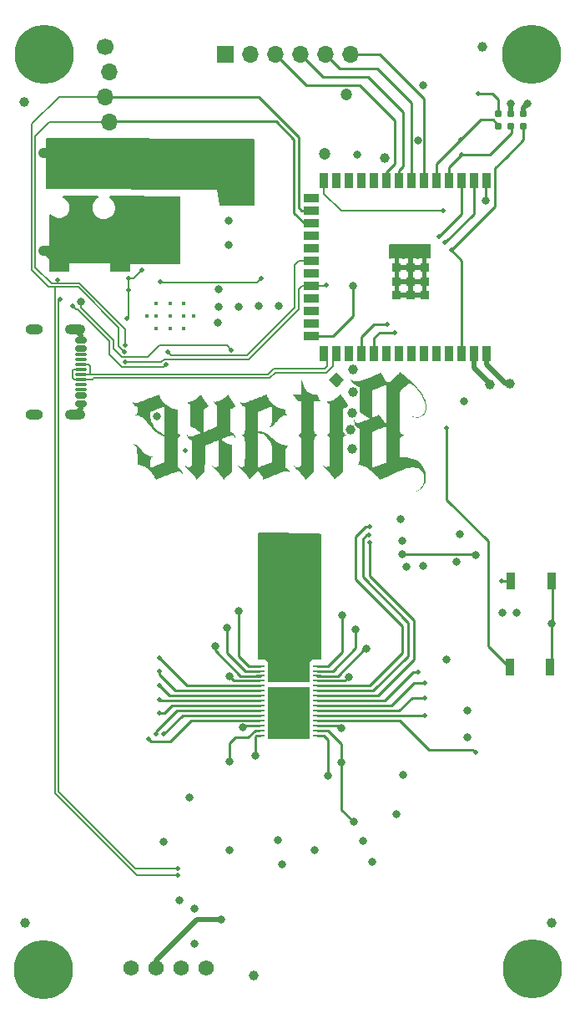
<source format=gbr>
%TF.GenerationSoftware,KiCad,Pcbnew,8.0.1*%
%TF.CreationDate,2024-05-02T20:15:10-04:00*%
%TF.ProjectId,bitaxeSupra,62697461-7865-4537-9570-72612e6b6963,rev?*%
%TF.SameCoordinates,Original*%
%TF.FileFunction,Copper,L4,Bot*%
%TF.FilePolarity,Positive*%
%FSLAX46Y46*%
G04 Gerber Fmt 4.6, Leading zero omitted, Abs format (unit mm)*
G04 Created by KiCad (PCBNEW 8.0.1) date 2024-05-02 20:15:10*
%MOMM*%
%LPD*%
G01*
G04 APERTURE LIST*
G04 Aperture macros list*
%AMRoundRect*
0 Rectangle with rounded corners*
0 $1 Rounding radius*
0 $2 $3 $4 $5 $6 $7 $8 $9 X,Y pos of 4 corners*
0 Add a 4 corners polygon primitive as box body*
4,1,4,$2,$3,$4,$5,$6,$7,$8,$9,$2,$3,0*
0 Add four circle primitives for the rounded corners*
1,1,$1+$1,$2,$3*
1,1,$1+$1,$4,$5*
1,1,$1+$1,$6,$7*
1,1,$1+$1,$8,$9*
0 Add four rect primitives between the rounded corners*
20,1,$1+$1,$2,$3,$4,$5,0*
20,1,$1+$1,$4,$5,$6,$7,0*
20,1,$1+$1,$6,$7,$8,$9,0*
20,1,$1+$1,$8,$9,$2,$3,0*%
G04 Aperture macros list end*
%TA.AperFunction,EtchedComponent*%
%ADD10C,0.000000*%
%TD*%
%TA.AperFunction,ComponentPad*%
%ADD11C,0.800000*%
%TD*%
%TA.AperFunction,ComponentPad*%
%ADD12C,6.000000*%
%TD*%
%TA.AperFunction,ComponentPad*%
%ADD13R,1.700000X1.700000*%
%TD*%
%TA.AperFunction,ComponentPad*%
%ADD14O,1.700000X1.700000*%
%TD*%
%TA.AperFunction,ComponentPad*%
%ADD15C,0.400000*%
%TD*%
%TA.AperFunction,ComponentPad*%
%ADD16C,1.574800*%
%TD*%
%TA.AperFunction,ComponentPad*%
%ADD17C,1.700000*%
%TD*%
%TA.AperFunction,SMDPad,CuDef*%
%ADD18C,1.000000*%
%TD*%
%TA.AperFunction,SMDPad,CuDef*%
%ADD19RoundRect,0.150000X0.425000X-0.150000X0.425000X0.150000X-0.425000X0.150000X-0.425000X-0.150000X0*%
%TD*%
%TA.AperFunction,SMDPad,CuDef*%
%ADD20RoundRect,0.075000X0.500000X-0.075000X0.500000X0.075000X-0.500000X0.075000X-0.500000X-0.075000X0*%
%TD*%
%TA.AperFunction,ComponentPad*%
%ADD21O,1.800000X1.000000*%
%TD*%
%TA.AperFunction,ComponentPad*%
%ADD22O,2.100000X1.000000*%
%TD*%
%TA.AperFunction,SMDPad,CuDef*%
%ADD23R,0.900000X1.500000*%
%TD*%
%TA.AperFunction,SMDPad,CuDef*%
%ADD24R,1.500000X0.900000*%
%TD*%
%TA.AperFunction,SMDPad,CuDef*%
%ADD25R,0.900000X0.900000*%
%TD*%
%TA.AperFunction,ConnectorPad*%
%ADD26C,0.787400*%
%TD*%
%TA.AperFunction,SMDPad,CuDef*%
%ADD27RoundRect,0.055250X0.340750X0.055250X-0.340750X0.055250X-0.340750X-0.055250X0.340750X-0.055250X0*%
%TD*%
%TA.AperFunction,SMDPad,CuDef*%
%ADD28R,4.277000X2.000000*%
%TD*%
%TA.AperFunction,SMDPad,CuDef*%
%ADD29R,4.277000X5.300000*%
%TD*%
%TA.AperFunction,SMDPad,CuDef*%
%ADD30R,2.000000X2.000000*%
%TD*%
%TA.AperFunction,SMDPad,CuDef*%
%ADD31R,0.900000X1.800000*%
%TD*%
%TA.AperFunction,ViaPad*%
%ADD32C,1.000000*%
%TD*%
%TA.AperFunction,ViaPad*%
%ADD33C,0.800000*%
%TD*%
%TA.AperFunction,ViaPad*%
%ADD34C,0.500000*%
%TD*%
%TA.AperFunction,ViaPad*%
%ADD35C,1.200000*%
%TD*%
%TA.AperFunction,Conductor*%
%ADD36C,0.508000*%
%TD*%
%TA.AperFunction,Conductor*%
%ADD37C,0.200000*%
%TD*%
%TA.AperFunction,Conductor*%
%ADD38C,0.254000*%
%TD*%
%TA.AperFunction,Conductor*%
%ADD39C,1.000000*%
%TD*%
G04 APERTURE END LIST*
D10*
%TA.AperFunction,EtchedComponent*%
%TO.C,G\u002A\u002A\u002A*%
G36*
X110835225Y-83669191D02*
G01*
X111225774Y-84059740D01*
X110840646Y-84445290D01*
X110743775Y-84541920D01*
X110649131Y-84635592D01*
X110567917Y-84715197D01*
X110504115Y-84776859D01*
X110461707Y-84816699D01*
X110444677Y-84830841D01*
X110429633Y-84818501D01*
X110388808Y-84780268D01*
X110326321Y-84719953D01*
X110246154Y-84641434D01*
X110152289Y-84548587D01*
X110048708Y-84445290D01*
X109663579Y-84059740D01*
X110054128Y-83669191D01*
X110444677Y-83278642D01*
X110835225Y-83669191D01*
G37*
%TD.AperFunction*%
%TA.AperFunction,EtchedComponent*%
G36*
X106952962Y-84218195D02*
G01*
X107012788Y-84384727D01*
X107130174Y-84656382D01*
X107260097Y-84893409D01*
X107401616Y-85094547D01*
X107553792Y-85258537D01*
X107715685Y-85384116D01*
X107886356Y-85470027D01*
X107916657Y-85479077D01*
X107996489Y-85494470D01*
X108098933Y-85507422D01*
X108211773Y-85516200D01*
X108448024Y-85528872D01*
X108633717Y-85851383D01*
X108687239Y-85945026D01*
X108740061Y-86039000D01*
X108781920Y-86115205D01*
X108809482Y-86167559D01*
X108819410Y-86189981D01*
X108812654Y-86193248D01*
X108772106Y-86198329D01*
X108701063Y-86202393D01*
X108606604Y-86205090D01*
X108495806Y-86206067D01*
X108172203Y-86206067D01*
X108178046Y-87763614D01*
X108179056Y-88029567D01*
X108180108Y-88286071D01*
X108181182Y-88506491D01*
X108182369Y-88693760D01*
X108183761Y-88850811D01*
X108185446Y-88980576D01*
X108187518Y-89085988D01*
X108190065Y-89169980D01*
X108193180Y-89235484D01*
X108196952Y-89285434D01*
X108201474Y-89322762D01*
X108206835Y-89350400D01*
X108213126Y-89371282D01*
X108220439Y-89388341D01*
X108228864Y-89404508D01*
X108261787Y-89457864D01*
X108349332Y-89557893D01*
X108450475Y-89629877D01*
X108508694Y-89659932D01*
X108417585Y-89713326D01*
X108319765Y-89792653D01*
X108242377Y-89900266D01*
X108195128Y-90023485D01*
X108193591Y-90033321D01*
X108189824Y-90086905D01*
X108186397Y-90179408D01*
X108183334Y-90308844D01*
X108180661Y-90473224D01*
X108178401Y-90670562D01*
X108176578Y-90898870D01*
X108175218Y-91156162D01*
X108174344Y-91440449D01*
X108173980Y-91749745D01*
X108173471Y-93386531D01*
X107742630Y-93787538D01*
X107311790Y-94188545D01*
X107277386Y-94097910D01*
X107247290Y-94032073D01*
X107177868Y-93916154D01*
X107082976Y-93783702D01*
X106967059Y-93640128D01*
X106834561Y-93490847D01*
X106689927Y-93341272D01*
X106537600Y-93196816D01*
X106483754Y-93146978D01*
X106402109Y-93067371D01*
X106327474Y-92990122D01*
X106262576Y-92918696D01*
X106210143Y-92856560D01*
X106172904Y-92807181D01*
X106153586Y-92774024D01*
X106154918Y-92760556D01*
X106179628Y-92770243D01*
X106230444Y-92806551D01*
X106299366Y-92857410D01*
X106369454Y-92896819D01*
X106436950Y-92916253D01*
X106516137Y-92921454D01*
X106532152Y-92921097D01*
X106642284Y-92901731D01*
X106745371Y-92857661D01*
X106824867Y-92795630D01*
X106826684Y-92793536D01*
X106833773Y-92782700D01*
X106839814Y-92766544D01*
X106844873Y-92742039D01*
X106849018Y-92706155D01*
X106852314Y-92655863D01*
X106854829Y-92588133D01*
X106856628Y-92499937D01*
X106857778Y-92388244D01*
X106858346Y-92250025D01*
X106858398Y-92082251D01*
X106858000Y-91881892D01*
X106857219Y-91645920D01*
X106856122Y-91371304D01*
X106850337Y-89987937D01*
X106790861Y-89886750D01*
X106733692Y-89809469D01*
X106627929Y-89721251D01*
X106524473Y-89656939D01*
X106595168Y-89620671D01*
X106660367Y-89577358D01*
X106737556Y-89503287D01*
X106800898Y-89418954D01*
X106838416Y-89338263D01*
X106840403Y-89327806D01*
X106845101Y-89272011D01*
X106849184Y-89174805D01*
X106852651Y-89036374D01*
X106855498Y-88856905D01*
X106857723Y-88636583D01*
X106859323Y-88375593D01*
X106860296Y-88074124D01*
X106860639Y-87732359D01*
X106860755Y-86206067D01*
X106708307Y-86206067D01*
X106555859Y-86206067D01*
X106282673Y-85867470D01*
X106009487Y-85528872D01*
X106435121Y-85523240D01*
X106860755Y-85517608D01*
X106861024Y-84731444D01*
X106861292Y-83945279D01*
X106952962Y-84218195D01*
G37*
%TD.AperFunction*%
%TA.AperFunction,EtchedComponent*%
G36*
X110875684Y-85508401D02*
G01*
X110901173Y-85546235D01*
X110945271Y-85612062D01*
X111005209Y-85701741D01*
X111078222Y-85811131D01*
X111161542Y-85936090D01*
X111252402Y-86072478D01*
X111628268Y-86636921D01*
X111578013Y-86701135D01*
X111533263Y-86747758D01*
X111443903Y-86815237D01*
X111334780Y-86877924D01*
X111218190Y-86928062D01*
X111111453Y-86965971D01*
X111111453Y-88107771D01*
X111111446Y-88275760D01*
X111111559Y-88507622D01*
X111112114Y-88703489D01*
X111113445Y-88866832D01*
X111115885Y-89001120D01*
X111119767Y-89109823D01*
X111125425Y-89196412D01*
X111133192Y-89264355D01*
X111143400Y-89317123D01*
X111156384Y-89358185D01*
X111172477Y-89391011D01*
X111192011Y-89419071D01*
X111215321Y-89445835D01*
X111242739Y-89474772D01*
X111256864Y-89488805D01*
X111322178Y-89541654D01*
X111387734Y-89580913D01*
X111466066Y-89616790D01*
X111381498Y-89654924D01*
X111375494Y-89657712D01*
X111281872Y-89720387D01*
X111198671Y-89808646D01*
X111140101Y-89907615D01*
X111138050Y-89913353D01*
X111132956Y-89936914D01*
X111128511Y-89974168D01*
X111124674Y-90027659D01*
X111121401Y-90099929D01*
X111118649Y-90193524D01*
X111116374Y-90310985D01*
X111114534Y-90454858D01*
X111113085Y-90627686D01*
X111111983Y-90832012D01*
X111111187Y-91070380D01*
X111110652Y-91345334D01*
X111110335Y-91659417D01*
X111109217Y-93342654D01*
X110688391Y-93742728D01*
X110674494Y-93755934D01*
X110565705Y-93858938D01*
X110467267Y-93951493D01*
X110383136Y-94029930D01*
X110317265Y-94090579D01*
X110273609Y-94129771D01*
X110256123Y-94143836D01*
X110253726Y-94142893D01*
X110237968Y-94118544D01*
X110218096Y-94071351D01*
X110201334Y-94030446D01*
X110153397Y-93941437D01*
X110083781Y-93838666D01*
X109990413Y-93719559D01*
X109871219Y-93581541D01*
X109724123Y-93422036D01*
X109547051Y-93238470D01*
X109543132Y-93234475D01*
X109396872Y-93084228D01*
X109277197Y-92958886D01*
X109184596Y-92859026D01*
X109119552Y-92785223D01*
X109082554Y-92738053D01*
X109074086Y-92718092D01*
X109094636Y-92725916D01*
X109144690Y-92762100D01*
X109161332Y-92775007D01*
X109222126Y-92820072D01*
X109267670Y-92847117D01*
X109311821Y-92863145D01*
X109368432Y-92875156D01*
X109424247Y-92880245D01*
X109532354Y-92868158D01*
X109635541Y-92832791D01*
X109716601Y-92778902D01*
X109777901Y-92720173D01*
X109777784Y-91364474D01*
X109777450Y-91061641D01*
X109776407Y-90777058D01*
X109774652Y-90533703D01*
X109772182Y-90331350D01*
X109768993Y-90169770D01*
X109765081Y-90048738D01*
X109760444Y-89968026D01*
X109755076Y-89927406D01*
X109729641Y-89873164D01*
X109684106Y-89807892D01*
X109627056Y-89741021D01*
X109567001Y-89681715D01*
X109512452Y-89639140D01*
X109471918Y-89622460D01*
X109461738Y-89621456D01*
X109460241Y-89611288D01*
X109496605Y-89588775D01*
X109590651Y-89524440D01*
X109677420Y-89436473D01*
X109738314Y-89341998D01*
X109739156Y-89340168D01*
X109746794Y-89321373D01*
X109753334Y-89298885D01*
X109758862Y-89269539D01*
X109763465Y-89230169D01*
X109767229Y-89177612D01*
X109770239Y-89108701D01*
X109772582Y-89020272D01*
X109774344Y-88909160D01*
X109775610Y-88772200D01*
X109776467Y-88606226D01*
X109777001Y-88408073D01*
X109777298Y-88174578D01*
X109777443Y-87902574D01*
X109777901Y-86546497D01*
X109723429Y-86517344D01*
X109717003Y-86513566D01*
X109670874Y-86477206D01*
X109611948Y-86421367D01*
X109551012Y-86357292D01*
X109498855Y-86296221D01*
X109466268Y-86249396D01*
X109462396Y-86239552D01*
X109467939Y-86227474D01*
X109494743Y-86220368D01*
X109549610Y-86216913D01*
X109639339Y-86215787D01*
X109644743Y-86215764D01*
X109745420Y-86213103D01*
X109821565Y-86204306D01*
X109889472Y-86186406D01*
X109965431Y-86156439D01*
X110083913Y-86098122D01*
X110261573Y-85989272D01*
X110451696Y-85850389D01*
X110649303Y-85684906D01*
X110675153Y-85662002D01*
X110750198Y-85596617D01*
X110811604Y-85544759D01*
X110853607Y-85511228D01*
X110870442Y-85500822D01*
X110875684Y-85508401D01*
G37*
%TD.AperFunction*%
%TA.AperFunction,EtchedComponent*%
G36*
X94321726Y-88203688D02*
G01*
X94327450Y-89345307D01*
X94390708Y-89447836D01*
X94449755Y-89524977D01*
X94562645Y-89615543D01*
X94671323Y-89680721D01*
X94606011Y-89707774D01*
X94543402Y-89739855D01*
X94442182Y-89826730D01*
X94366349Y-89945412D01*
X94317438Y-90050447D01*
X94317235Y-91492995D01*
X94317031Y-92935544D01*
X94374332Y-92949316D01*
X94504813Y-92999651D01*
X94623731Y-93085425D01*
X94720321Y-93199404D01*
X94789662Y-93335721D01*
X94826830Y-93488511D01*
X94839564Y-93592695D01*
X94798954Y-93519767D01*
X94767864Y-93468659D01*
X94696223Y-93385706D01*
X94612548Y-93336540D01*
X94509179Y-93315767D01*
X94396328Y-93317778D01*
X94279739Y-93339423D01*
X94277012Y-93340249D01*
X94230067Y-93356189D01*
X94151537Y-93384567D01*
X94045832Y-93423686D01*
X93917364Y-93471846D01*
X93770541Y-93527347D01*
X93609773Y-93588491D01*
X93439472Y-93653579D01*
X93264047Y-93720910D01*
X93087908Y-93788787D01*
X92915465Y-93855510D01*
X92751128Y-93919380D01*
X92599308Y-93978697D01*
X92464414Y-94031763D01*
X92350857Y-94076879D01*
X92263046Y-94112345D01*
X92205393Y-94136462D01*
X92182306Y-94147531D01*
X92156950Y-94162429D01*
X92123410Y-94161789D01*
X92108335Y-94137849D01*
X92107708Y-94130648D01*
X92092011Y-94080784D01*
X92058316Y-94005401D01*
X92010789Y-93911903D01*
X91953592Y-93807696D01*
X91890888Y-93700184D01*
X91826843Y-93596772D01*
X91765618Y-93504865D01*
X91711378Y-93431868D01*
X91633746Y-93341345D01*
X91428675Y-93144290D01*
X91199837Y-92976294D01*
X90952588Y-92840495D01*
X90692285Y-92740029D01*
X90424283Y-92678034D01*
X90264283Y-92653320D01*
X90251592Y-91883221D01*
X90250405Y-91812732D01*
X90246370Y-91603183D01*
X90241813Y-91429431D01*
X90236204Y-91286956D01*
X90229012Y-91171235D01*
X90219709Y-91077750D01*
X90207764Y-91001978D01*
X90192648Y-90939400D01*
X90173831Y-90885494D01*
X90150784Y-90835740D01*
X90122975Y-90785617D01*
X90120847Y-90782042D01*
X90055158Y-90699440D01*
X89968535Y-90624924D01*
X89878803Y-90573944D01*
X89873811Y-90570360D01*
X89893019Y-90568784D01*
X89941313Y-90573315D01*
X90042375Y-90597494D01*
X90160102Y-90644707D01*
X90275032Y-90706919D01*
X90371015Y-90776491D01*
X90398820Y-90803695D01*
X90454315Y-90864996D01*
X90523987Y-90947126D01*
X90601656Y-91042752D01*
X90681141Y-91144537D01*
X90734840Y-91213508D01*
X90818912Y-91317242D01*
X90899591Y-91412229D01*
X90969785Y-91490190D01*
X91022398Y-91542845D01*
X91062638Y-91577211D01*
X91215232Y-91682141D01*
X91381116Y-91762486D01*
X91549910Y-91813887D01*
X91711234Y-91831990D01*
X91805458Y-91831990D01*
X91727919Y-91884679D01*
X91726511Y-91885637D01*
X91680191Y-91919536D01*
X91644507Y-91954123D01*
X91617967Y-91995254D01*
X91599082Y-92048782D01*
X91586361Y-92120563D01*
X91578314Y-92216452D01*
X91573451Y-92342305D01*
X91570280Y-92503975D01*
X91570271Y-92504579D01*
X91568454Y-92654882D01*
X91568425Y-92767967D01*
X91570389Y-92848244D01*
X91574549Y-92900125D01*
X91581111Y-92928019D01*
X91590277Y-92936337D01*
X91591076Y-92936279D01*
X91620124Y-92927830D01*
X91682001Y-92906515D01*
X91771195Y-92874430D01*
X91882191Y-92833666D01*
X92009476Y-92786318D01*
X92147538Y-92734478D01*
X92290864Y-92680241D01*
X92433940Y-92625699D01*
X92571254Y-92572945D01*
X92697292Y-92524073D01*
X92806541Y-92481175D01*
X92893488Y-92446347D01*
X92952621Y-92421679D01*
X92978425Y-92409267D01*
X92980554Y-92406582D01*
X92985763Y-92388149D01*
X92990120Y-92351420D01*
X92993668Y-92293796D01*
X92996447Y-92212681D01*
X92998497Y-92105477D01*
X92999861Y-91969587D01*
X93000578Y-91802416D01*
X93000690Y-91601364D01*
X93000238Y-91363836D01*
X92999262Y-91087234D01*
X92993897Y-89785247D01*
X92845552Y-89747576D01*
X92795197Y-89733623D01*
X92584188Y-89650458D01*
X92373511Y-89528486D01*
X92166508Y-89369879D01*
X91966522Y-89176806D01*
X91954304Y-89163562D01*
X91894802Y-89097043D01*
X91816697Y-89007551D01*
X91726200Y-88902295D01*
X91629520Y-88788485D01*
X91532865Y-88673329D01*
X91411974Y-88529984D01*
X91249584Y-88344170D01*
X91104594Y-88187826D01*
X90973619Y-88057822D01*
X90853274Y-87951029D01*
X90740175Y-87864315D01*
X90630938Y-87794552D01*
X90522177Y-87738608D01*
X90514875Y-87735308D01*
X90404294Y-87692014D01*
X90286919Y-87656257D01*
X90177336Y-87631939D01*
X90090130Y-87622966D01*
X90018498Y-87622966D01*
X90056588Y-87597653D01*
X91567307Y-87597653D01*
X91567708Y-87650108D01*
X91576720Y-87862890D01*
X91599702Y-88047668D01*
X91639589Y-88214539D01*
X91699311Y-88373600D01*
X91781803Y-88534948D01*
X91889995Y-88708680D01*
X91917006Y-88748242D01*
X92050892Y-88921724D01*
X92203075Y-89088150D01*
X92366516Y-89241311D01*
X92534179Y-89374999D01*
X92699026Y-89483007D01*
X92854021Y-89559125D01*
X92900901Y-89576869D01*
X92955065Y-89595307D01*
X92984250Y-89602457D01*
X92987222Y-89592193D01*
X92991070Y-89543051D01*
X92994468Y-89454586D01*
X92997396Y-89328175D01*
X92999836Y-89165195D01*
X93001767Y-88967024D01*
X93003170Y-88735040D01*
X93004026Y-88470619D01*
X93004316Y-88175140D01*
X93004259Y-88026074D01*
X93003937Y-87793751D01*
X93003352Y-87576138D01*
X93002527Y-87376604D01*
X93001489Y-87198520D01*
X93000260Y-87045257D01*
X92998866Y-86920185D01*
X92997331Y-86826675D01*
X92995680Y-86768097D01*
X92993937Y-86747822D01*
X92991503Y-86748422D01*
X92959821Y-86759684D01*
X92896275Y-86783599D01*
X92806237Y-86818064D01*
X92695077Y-86860979D01*
X92568166Y-86910239D01*
X92430874Y-86963742D01*
X92288571Y-87019386D01*
X92146628Y-87075069D01*
X92010417Y-87128688D01*
X91885306Y-87178140D01*
X91776668Y-87221323D01*
X91689872Y-87256135D01*
X91630289Y-87280473D01*
X91603290Y-87292234D01*
X91594124Y-87298428D01*
X91582050Y-87315882D01*
X91574136Y-87347708D01*
X91569576Y-87400731D01*
X91567568Y-87481772D01*
X91567307Y-87597653D01*
X90056588Y-87597653D01*
X90089298Y-87575915D01*
X90109228Y-87560563D01*
X90163325Y-87502836D01*
X90206982Y-87436061D01*
X90217845Y-87413574D01*
X90233814Y-87371933D01*
X90244274Y-87324765D01*
X90250353Y-87263036D01*
X90253174Y-87177714D01*
X90253865Y-87059764D01*
X90253865Y-86776270D01*
X90143230Y-86741395D01*
X90058403Y-86706242D01*
X89939051Y-86622638D01*
X89843108Y-86510508D01*
X89775444Y-86376095D01*
X89740927Y-86225641D01*
X89729100Y-86112301D01*
X89775716Y-86202561D01*
X89838802Y-86289077D01*
X89932429Y-86361967D01*
X90039340Y-86403558D01*
X90070304Y-86406574D01*
X90146405Y-86401553D01*
X90233759Y-86384628D01*
X90243350Y-86381914D01*
X90296052Y-86364473D01*
X90379854Y-86334744D01*
X90490374Y-86294407D01*
X90623228Y-86245146D01*
X90774034Y-86188642D01*
X90938409Y-86126576D01*
X91111969Y-86060630D01*
X91290333Y-85992487D01*
X91469118Y-85923827D01*
X91643940Y-85856333D01*
X91810416Y-85791686D01*
X91964165Y-85731569D01*
X92100803Y-85677662D01*
X92215947Y-85631648D01*
X92305215Y-85595208D01*
X92364223Y-85570025D01*
X92388590Y-85557779D01*
X92414471Y-85541528D01*
X92448806Y-85549415D01*
X92472066Y-85595165D01*
X92475889Y-85607757D01*
X92497208Y-85662159D01*
X92530356Y-85736720D01*
X92569968Y-85819160D01*
X92595756Y-85869606D01*
X92758633Y-86140535D01*
X92945653Y-86377530D01*
X93156687Y-86580498D01*
X93391607Y-86749341D01*
X93650281Y-86883965D01*
X93932582Y-86984274D01*
X94238379Y-87050172D01*
X94316002Y-87062069D01*
X94321583Y-88175140D01*
X94321726Y-88203688D01*
G37*
%TD.AperFunction*%
%TA.AperFunction,EtchedComponent*%
G36*
X105245907Y-92057041D02*
G01*
X105245907Y-92917613D01*
X105370928Y-92967812D01*
X105430008Y-92995089D01*
X105554364Y-93083226D01*
X105649593Y-93200838D01*
X105714408Y-93346505D01*
X105734620Y-93417897D01*
X105750000Y-93484787D01*
X105755573Y-93527171D01*
X105753328Y-93550543D01*
X105743744Y-93547509D01*
X105721785Y-93509348D01*
X105693905Y-93462287D01*
X105611304Y-93368746D01*
X105512841Y-93310573D01*
X105402588Y-93290562D01*
X105354520Y-93295517D01*
X105280084Y-93309868D01*
X105198761Y-93330325D01*
X105196858Y-93330871D01*
X105147588Y-93346997D01*
X105066904Y-93375570D01*
X104959208Y-93414896D01*
X104828901Y-93463281D01*
X104680384Y-93519031D01*
X104518060Y-93580452D01*
X104346329Y-93645850D01*
X104169594Y-93713530D01*
X103992255Y-93781799D01*
X103818714Y-93848961D01*
X103653373Y-93913324D01*
X103500633Y-93973193D01*
X103364896Y-94026874D01*
X103250563Y-94072673D01*
X103162036Y-94108895D01*
X103103716Y-94133846D01*
X103080005Y-94145833D01*
X103066191Y-94157840D01*
X103049936Y-94160477D01*
X103033194Y-94141356D01*
X103011533Y-94094620D01*
X102980518Y-94014414D01*
X102957215Y-93956363D01*
X102865871Y-93771175D01*
X102749948Y-93583181D01*
X102617823Y-93406421D01*
X102498437Y-93261820D01*
X102054938Y-93718972D01*
X102010996Y-93764104D01*
X101902447Y-93874102D01*
X101806275Y-93969421D01*
X101725747Y-94046955D01*
X101664126Y-94103597D01*
X101624678Y-94136240D01*
X101610667Y-94141776D01*
X101610188Y-94135996D01*
X101594021Y-94084945D01*
X101558675Y-94011146D01*
X101509185Y-93923607D01*
X101450586Y-93831333D01*
X101387913Y-93743331D01*
X101356524Y-93704912D01*
X101294815Y-93634712D01*
X101213091Y-93545222D01*
X101116602Y-93442104D01*
X101010600Y-93331021D01*
X100900335Y-93217634D01*
X100861484Y-93178017D01*
X100728732Y-93041405D01*
X100625077Y-92932341D01*
X100549720Y-92849813D01*
X100501860Y-92792811D01*
X100480696Y-92760325D01*
X100485428Y-92751343D01*
X100515255Y-92764856D01*
X100569376Y-92799853D01*
X100621986Y-92833797D01*
X100684304Y-92868648D01*
X100728345Y-92887115D01*
X100754000Y-92891983D01*
X100854280Y-92890795D01*
X100963060Y-92865032D01*
X101063798Y-92818099D01*
X101161904Y-92757447D01*
X101167267Y-91417164D01*
X101167527Y-91347696D01*
X101167849Y-91206887D01*
X102485038Y-91206887D01*
X102485101Y-91363235D01*
X102485493Y-91620762D01*
X102486217Y-91864144D01*
X102487246Y-92090323D01*
X102488553Y-92296239D01*
X102490109Y-92478834D01*
X102491887Y-92635049D01*
X102493859Y-92761825D01*
X102495998Y-92856105D01*
X102498276Y-92914828D01*
X102500665Y-92934936D01*
X102519082Y-92928771D01*
X102572479Y-92909080D01*
X102656175Y-92877532D01*
X102765668Y-92835843D01*
X102896456Y-92785727D01*
X103044036Y-92728899D01*
X103203906Y-92667074D01*
X103891518Y-92400612D01*
X103896970Y-91570235D01*
X103898110Y-91398476D01*
X103899062Y-91211383D01*
X103898896Y-91057340D01*
X103897027Y-90931497D01*
X103892866Y-90829007D01*
X103885829Y-90745021D01*
X103875328Y-90674692D01*
X103860777Y-90613171D01*
X103841589Y-90555610D01*
X103817178Y-90497162D01*
X103786957Y-90432977D01*
X103750340Y-90358209D01*
X103710480Y-90281669D01*
X103588173Y-90089899D01*
X103445758Y-89917878D01*
X103287874Y-89769139D01*
X103119161Y-89647217D01*
X102944256Y-89555645D01*
X102767800Y-89497956D01*
X102594431Y-89477684D01*
X102485038Y-89477437D01*
X102485038Y-91206887D01*
X101167849Y-91206887D01*
X101168186Y-91059654D01*
X101168058Y-90802734D01*
X101167160Y-90578444D01*
X101165509Y-90388289D01*
X101163121Y-90233776D01*
X101160012Y-90116412D01*
X101156200Y-90037703D01*
X101151701Y-89999156D01*
X101146978Y-89983090D01*
X101093056Y-89872002D01*
X101011135Y-89775451D01*
X100912147Y-89706778D01*
X100814920Y-89659712D01*
X100895809Y-89623496D01*
X100952938Y-89589809D01*
X101035424Y-89515822D01*
X101104781Y-89425817D01*
X101148140Y-89334529D01*
X101150874Y-89322142D01*
X101156156Y-89274719D01*
X101160633Y-89197578D01*
X101164335Y-89089011D01*
X101167294Y-88947312D01*
X101169541Y-88770773D01*
X101171107Y-88557687D01*
X101172024Y-88306346D01*
X101172322Y-88015043D01*
X101172322Y-86776270D01*
X101061688Y-86741395D01*
X100976861Y-86706242D01*
X100857509Y-86622638D01*
X100761566Y-86510508D01*
X100693901Y-86376095D01*
X100659385Y-86225641D01*
X100647558Y-86112301D01*
X100694174Y-86202561D01*
X100757393Y-86289208D01*
X100850913Y-86361994D01*
X100957591Y-86403513D01*
X100983192Y-86406375D01*
X101061203Y-86401151D01*
X101155540Y-86381207D01*
X101170133Y-86376746D01*
X101228147Y-86356820D01*
X101318109Y-86324409D01*
X101435294Y-86281315D01*
X101574974Y-86229342D01*
X101732423Y-86170292D01*
X101902914Y-86105966D01*
X102081721Y-86038168D01*
X102264115Y-85968700D01*
X102445372Y-85899364D01*
X102620763Y-85831963D01*
X102785563Y-85768298D01*
X102935043Y-85710173D01*
X103064479Y-85659390D01*
X103169142Y-85617751D01*
X103244306Y-85587059D01*
X103285245Y-85569115D01*
X103316302Y-85554335D01*
X103356014Y-85542142D01*
X103376900Y-85554798D01*
X103390524Y-85595165D01*
X103408235Y-85646507D01*
X103445078Y-85729953D01*
X103494694Y-85830182D01*
X103551983Y-85937350D01*
X103611849Y-86041616D01*
X103669192Y-86133138D01*
X103677407Y-86145375D01*
X103819863Y-86327650D01*
X103991568Y-86501823D01*
X104182778Y-86659787D01*
X104383750Y-86793439D01*
X104584739Y-86894673D01*
X104686352Y-86932559D01*
X104838590Y-86979085D01*
X105001368Y-87019755D01*
X105157351Y-87049874D01*
X105235489Y-87062262D01*
X105235832Y-87212384D01*
X105238365Y-87275518D01*
X105263321Y-87400449D01*
X105316628Y-87498900D01*
X105400372Y-87575467D01*
X105470856Y-87622966D01*
X105389637Y-87623274D01*
X105342452Y-87626378D01*
X105260955Y-87637788D01*
X105176626Y-87654651D01*
X105168801Y-87656518D01*
X105045374Y-87693013D01*
X104931246Y-87742438D01*
X104821443Y-87808680D01*
X104710993Y-87895628D01*
X104594922Y-88007171D01*
X104468254Y-88147195D01*
X104326018Y-88319590D01*
X104282507Y-88373427D01*
X104152540Y-88524765D01*
X104035793Y-88643604D01*
X103927727Y-88733388D01*
X103823802Y-88797564D01*
X103719480Y-88839575D01*
X103610222Y-88862866D01*
X103516457Y-88875353D01*
X103578967Y-88840531D01*
X103614314Y-88819059D01*
X103722445Y-88727057D01*
X103801212Y-88615712D01*
X103817538Y-88582297D01*
X103839986Y-88527551D01*
X103858492Y-88466967D01*
X103873521Y-88396066D01*
X103885538Y-88310368D01*
X103895008Y-88205395D01*
X103902396Y-88076666D01*
X103908168Y-87919703D01*
X103912789Y-87730026D01*
X103916722Y-87503155D01*
X103918938Y-87331049D01*
X103920220Y-87172141D01*
X103920579Y-87031738D01*
X103920037Y-86914473D01*
X103918615Y-86824977D01*
X103916334Y-86767883D01*
X103913217Y-86747822D01*
X103911509Y-86748169D01*
X103881561Y-86758513D01*
X103819409Y-86781673D01*
X103730439Y-86815544D01*
X103620033Y-86858017D01*
X103493574Y-86906988D01*
X103356446Y-86960350D01*
X103214031Y-87015995D01*
X103071713Y-87071817D01*
X102934875Y-87125710D01*
X102808900Y-87175568D01*
X102699172Y-87219283D01*
X102611073Y-87254749D01*
X102549987Y-87279860D01*
X102521297Y-87292509D01*
X102520880Y-87292735D01*
X102512403Y-87299608D01*
X102505397Y-87312441D01*
X102499752Y-87334805D01*
X102495353Y-87370271D01*
X102492090Y-87422410D01*
X102489848Y-87494794D01*
X102488517Y-87590994D01*
X102487983Y-87714581D01*
X102488134Y-87869126D01*
X102488858Y-88058200D01*
X102490041Y-88285376D01*
X102495456Y-89258651D01*
X102682987Y-89271588D01*
X102787792Y-89282177D01*
X102905062Y-89304056D01*
X103019997Y-89338459D01*
X103137092Y-89387853D01*
X103260844Y-89454704D01*
X103395750Y-89541480D01*
X103546306Y-89650647D01*
X103717009Y-89784672D01*
X103912355Y-89946021D01*
X104063378Y-90070861D01*
X104258942Y-90224002D01*
X104436714Y-90350755D01*
X104602421Y-90453993D01*
X104761789Y-90536591D01*
X104920541Y-90601423D01*
X105084404Y-90651362D01*
X105259103Y-90689283D01*
X105450363Y-90718060D01*
X105550635Y-90730584D01*
X105464210Y-90824345D01*
X105416622Y-90883718D01*
X105359239Y-90970458D01*
X105311846Y-91057287D01*
X105245907Y-91196469D01*
X105245907Y-91211383D01*
X105245907Y-92057041D01*
G37*
%TD.AperFunction*%
%TA.AperFunction,EtchedComponent*%
G36*
X96706501Y-85545981D02*
G01*
X96733746Y-85582419D01*
X96779421Y-85646962D01*
X96840714Y-85735534D01*
X96914811Y-85844058D01*
X96998900Y-85968457D01*
X97090168Y-86104653D01*
X97097526Y-86115680D01*
X97199815Y-86269346D01*
X97281048Y-86392518D01*
X97343387Y-86488969D01*
X97388996Y-86562474D01*
X97420041Y-86616805D01*
X97438685Y-86655736D01*
X97447092Y-86683040D01*
X97447426Y-86702490D01*
X97441852Y-86717861D01*
X97403760Y-86765286D01*
X97336242Y-86823661D01*
X97250643Y-86883879D01*
X97157364Y-86938652D01*
X97066802Y-86980692D01*
X96942462Y-87028906D01*
X96942462Y-88190661D01*
X96942504Y-88337706D01*
X96942711Y-88545010D01*
X96943077Y-88736786D01*
X96943586Y-88909299D01*
X96944219Y-89058812D01*
X96944961Y-89181593D01*
X96945795Y-89273905D01*
X96946704Y-89332013D01*
X96947671Y-89352183D01*
X96947698Y-89352180D01*
X96968225Y-89344530D01*
X97023120Y-89323347D01*
X97108047Y-89290323D01*
X97218668Y-89247151D01*
X97350647Y-89195523D01*
X97499647Y-89137132D01*
X97661330Y-89073671D01*
X98369779Y-88795393D01*
X98362012Y-87708027D01*
X98354244Y-86620662D01*
X98177209Y-86443627D01*
X98175209Y-86441626D01*
X98107799Y-86372952D01*
X98053813Y-86315646D01*
X98018693Y-86275644D01*
X98007881Y-86258886D01*
X98016822Y-86257395D01*
X98057030Y-86260608D01*
X98116841Y-86270096D01*
X98188347Y-86277931D01*
X98338102Y-86265427D01*
X98503088Y-86218008D01*
X98680623Y-86136997D01*
X98868029Y-86023716D01*
X99062626Y-85879484D01*
X99261732Y-85705624D01*
X99334897Y-85639603D01*
X99396864Y-85588785D01*
X99441359Y-85558013D01*
X99462319Y-85551933D01*
X99463756Y-85553759D01*
X99483075Y-85581451D01*
X99521185Y-85637535D01*
X99574657Y-85716869D01*
X99640060Y-85814309D01*
X99713966Y-85924713D01*
X99792943Y-86042938D01*
X99873563Y-86163841D01*
X99952394Y-86282279D01*
X100026007Y-86393110D01*
X100090971Y-86491190D01*
X100143858Y-86571378D01*
X100181237Y-86628529D01*
X100199677Y-86657502D01*
X100202687Y-86677535D01*
X100181029Y-86721509D01*
X100132175Y-86775372D01*
X100062480Y-86833989D01*
X99978298Y-86892226D01*
X99885982Y-86944948D01*
X99791888Y-86987021D01*
X99692913Y-87024362D01*
X99692913Y-88177971D01*
X99692913Y-88202922D01*
X99692989Y-88447975D01*
X99693264Y-88654867D01*
X99693841Y-88826811D01*
X99694822Y-88967021D01*
X99696308Y-89078709D01*
X99698400Y-89165087D01*
X99701201Y-89229369D01*
X99704811Y-89274768D01*
X99709332Y-89304496D01*
X99714866Y-89321766D01*
X99721514Y-89329790D01*
X99729377Y-89331783D01*
X99758104Y-89335512D01*
X99830765Y-89361581D01*
X99912972Y-89406164D01*
X99991721Y-89461696D01*
X100054008Y-89520613D01*
X100062167Y-89530468D01*
X100125193Y-89629410D01*
X100172661Y-89744429D01*
X100175591Y-89753963D01*
X100202672Y-89850092D01*
X100213384Y-89908414D01*
X100207608Y-89929456D01*
X100185224Y-89913747D01*
X100146112Y-89861816D01*
X100099776Y-89801503D01*
X100017517Y-89730768D01*
X99923233Y-89694737D01*
X99811097Y-89691652D01*
X99675283Y-89719754D01*
X99658101Y-89724970D01*
X99592826Y-89746835D01*
X99504354Y-89778285D01*
X99399613Y-89816671D01*
X99285531Y-89859345D01*
X99169038Y-89903657D01*
X99057061Y-89946958D01*
X98956530Y-89986601D01*
X98874373Y-90019936D01*
X98817519Y-90044314D01*
X98792896Y-90057087D01*
X98794223Y-90064982D01*
X98820552Y-90093977D01*
X98871986Y-90138478D01*
X98942306Y-90193903D01*
X99025294Y-90255672D01*
X99114729Y-90319201D01*
X99204392Y-90379909D01*
X99288064Y-90433214D01*
X99359525Y-90474534D01*
X99365144Y-90477509D01*
X99462868Y-90523448D01*
X99569044Y-90565033D01*
X99661658Y-90593591D01*
X99666067Y-90594667D01*
X99741312Y-90613106D01*
X99801360Y-90627954D01*
X99833561Y-90636083D01*
X99836707Y-90639436D01*
X99841704Y-90658717D01*
X99845973Y-90697180D01*
X99849559Y-90757325D01*
X99852512Y-90841650D01*
X99854880Y-90952654D01*
X99856709Y-91092836D01*
X99858049Y-91264694D01*
X99858946Y-91470729D01*
X99859450Y-91713438D01*
X99859607Y-91995320D01*
X99859607Y-93347654D01*
X99427244Y-93755422D01*
X99404238Y-93777116D01*
X99294849Y-93880180D01*
X99196559Y-93972643D01*
X99113209Y-94050904D01*
X99048639Y-94111360D01*
X99006690Y-94150408D01*
X98991200Y-94164448D01*
X98983944Y-94152795D01*
X98963748Y-94112367D01*
X98935831Y-94052805D01*
X98927664Y-94035265D01*
X98883562Y-93950046D01*
X98830779Y-93864455D01*
X98765619Y-93773887D01*
X98684386Y-93673735D01*
X98583382Y-93559395D01*
X98458911Y-93426260D01*
X98307276Y-93269726D01*
X98305399Y-93267810D01*
X98157582Y-93115980D01*
X98038670Y-92991444D01*
X97947409Y-92892768D01*
X97882544Y-92818517D01*
X97842823Y-92767257D01*
X97826990Y-92737553D01*
X97833794Y-92727970D01*
X97857596Y-92740102D01*
X97892514Y-92772586D01*
X97916248Y-92795183D01*
X97994394Y-92844432D01*
X98087213Y-92880163D01*
X98175683Y-92894206D01*
X98247284Y-92888511D01*
X98343301Y-92858010D01*
X98447917Y-92796900D01*
X98526055Y-92743139D01*
X98526055Y-91452690D01*
X98526019Y-91221891D01*
X98525836Y-90991437D01*
X98525421Y-90797043D01*
X98524687Y-90635699D01*
X98523549Y-90504396D01*
X98521921Y-90400123D01*
X98519717Y-90319872D01*
X98516852Y-90260631D01*
X98513238Y-90219392D01*
X98508791Y-90193146D01*
X98503425Y-90178881D01*
X98497053Y-90173589D01*
X98489591Y-90174259D01*
X98471920Y-90180672D01*
X98417968Y-90200893D01*
X98333520Y-90232837D01*
X98223354Y-90274688D01*
X98092251Y-90324627D01*
X97944990Y-90380840D01*
X97786350Y-90441511D01*
X97119574Y-90696744D01*
X97109156Y-92030574D01*
X97098737Y-93364404D01*
X96673016Y-93762351D01*
X96247294Y-94160299D01*
X96170263Y-94006964D01*
X96142674Y-93954637D01*
X96093816Y-93872976D01*
X96034864Y-93787659D01*
X95962404Y-93694573D01*
X95873024Y-93589607D01*
X95763314Y-93468650D01*
X95629859Y-93327592D01*
X95469249Y-93162319D01*
X95374914Y-93065374D01*
X95281923Y-92968131D01*
X95202872Y-92883678D01*
X95141624Y-92816203D01*
X95102043Y-92769895D01*
X95087991Y-92748941D01*
X95090868Y-92744264D01*
X95115019Y-92752041D01*
X95155710Y-92781367D01*
X95165367Y-92789255D01*
X95229267Y-92833723D01*
X95290480Y-92866566D01*
X95316736Y-92876166D01*
X95430229Y-92892950D01*
X95549155Y-92878166D01*
X95660118Y-92834757D01*
X95749721Y-92765667D01*
X95796766Y-92714519D01*
X95791394Y-91446728D01*
X95786022Y-90178937D01*
X95692257Y-90148066D01*
X95630330Y-90124001D01*
X95501543Y-90046464D01*
X95397330Y-89943431D01*
X95323210Y-89821157D01*
X95284699Y-89685901D01*
X95281411Y-89662346D01*
X95271258Y-89596642D01*
X95262743Y-89550365D01*
X95263870Y-89541935D01*
X95278975Y-89560050D01*
X95305553Y-89605670D01*
X95324570Y-89638094D01*
X95370170Y-89701605D01*
X95413066Y-89746248D01*
X95430694Y-89758928D01*
X95514043Y-89799520D01*
X95605620Y-89821644D01*
X95686267Y-89820117D01*
X95709181Y-89813143D01*
X95766534Y-89793254D01*
X95849794Y-89763222D01*
X95952460Y-89725498D01*
X96068028Y-89682535D01*
X96189997Y-89636783D01*
X96311864Y-89590693D01*
X96427125Y-89546717D01*
X96529280Y-89507305D01*
X96611824Y-89474909D01*
X96668255Y-89451981D01*
X96692072Y-89440971D01*
X96687231Y-89429777D01*
X96658014Y-89398671D01*
X96610349Y-89356238D01*
X96489318Y-89256395D01*
X96336170Y-89135564D01*
X96203754Y-89039220D01*
X96087095Y-88964239D01*
X95981218Y-88907500D01*
X95881149Y-88865880D01*
X95781913Y-88836256D01*
X95636105Y-88800461D01*
X95624307Y-87697840D01*
X95621954Y-87482338D01*
X95619482Y-87273333D01*
X95617086Y-87099696D01*
X95614616Y-86958072D01*
X95611923Y-86845104D01*
X95608856Y-86757438D01*
X95605267Y-86691718D01*
X95601005Y-86644589D01*
X95595922Y-86612695D01*
X95589867Y-86592680D01*
X95582692Y-86581189D01*
X95574245Y-86574866D01*
X95550190Y-86558265D01*
X95498780Y-86513511D01*
X95437647Y-86453974D01*
X95376874Y-86389999D01*
X95326543Y-86331933D01*
X95296738Y-86290123D01*
X95284758Y-86266055D01*
X95286841Y-86251655D01*
X95320616Y-86260230D01*
X95353148Y-86266914D01*
X95419803Y-86272800D01*
X95496967Y-86274010D01*
X95607121Y-86261676D01*
X95768216Y-86214805D01*
X95941656Y-86135294D01*
X96123220Y-86025472D01*
X96308692Y-85887663D01*
X96493853Y-85724195D01*
X96505163Y-85713404D01*
X96577511Y-85645392D01*
X96638159Y-85590075D01*
X96681035Y-85552894D01*
X96700072Y-85539291D01*
X96706501Y-85545981D01*
G37*
%TD.AperFunction*%
%TA.AperFunction,EtchedComponent*%
G36*
X117551978Y-84631446D02*
G01*
X117408593Y-84753929D01*
X117357351Y-84798345D01*
X117250367Y-84892961D01*
X117152838Y-84981656D01*
X117070371Y-85059203D01*
X117008573Y-85120373D01*
X116973054Y-85159940D01*
X116961784Y-85174683D01*
X116941173Y-85201915D01*
X116923062Y-85228277D01*
X116907287Y-85256429D01*
X116893689Y-85289028D01*
X116882106Y-85328734D01*
X116872377Y-85378206D01*
X116864340Y-85440103D01*
X116857834Y-85517083D01*
X116852698Y-85611806D01*
X116848770Y-85726931D01*
X116845889Y-85865117D01*
X116843894Y-86029022D01*
X116842623Y-86221306D01*
X116841916Y-86444627D01*
X116841610Y-86701645D01*
X116841545Y-86995019D01*
X116841559Y-87327407D01*
X116841619Y-87555697D01*
X116841952Y-87873173D01*
X116842603Y-88152341D01*
X116843599Y-88395236D01*
X116844965Y-88603897D01*
X116846729Y-88780360D01*
X116848918Y-88926663D01*
X116851559Y-89044842D01*
X116854677Y-89136935D01*
X116858300Y-89204980D01*
X116862455Y-89251012D01*
X116867168Y-89277070D01*
X116878577Y-89308226D01*
X116935759Y-89402897D01*
X117019252Y-89492370D01*
X117118220Y-89566337D01*
X117221830Y-89614491D01*
X117276108Y-89632921D01*
X117323429Y-89652795D01*
X117341641Y-89665981D01*
X117325794Y-89678653D01*
X117280349Y-89700535D01*
X117215681Y-89726148D01*
X117101531Y-89779032D01*
X116983060Y-89869944D01*
X116897633Y-89985964D01*
X116893671Y-89993444D01*
X116883481Y-90014628D01*
X116875060Y-90038148D01*
X116868209Y-90067938D01*
X116862729Y-90107931D01*
X116858418Y-90162062D01*
X116855079Y-90234262D01*
X116852511Y-90328468D01*
X116850515Y-90448611D01*
X116848994Y-90589040D01*
X116848890Y-90598626D01*
X116847437Y-90782446D01*
X116845957Y-91004006D01*
X116839937Y-91936728D01*
X116950141Y-91926665D01*
X117072216Y-91915969D01*
X117188994Y-91907519D01*
X117286335Y-91903508D01*
X117376162Y-91903737D01*
X117470400Y-91908007D01*
X117580972Y-91916118D01*
X117886215Y-91956593D01*
X118179448Y-92030141D01*
X118445953Y-92135300D01*
X118685313Y-92271739D01*
X118897113Y-92439128D01*
X119080939Y-92637137D01*
X119236373Y-92865434D01*
X119363001Y-93123689D01*
X119460407Y-93411572D01*
X119479871Y-93486304D01*
X119495620Y-93559932D01*
X119506130Y-93633392D01*
X119512487Y-93717140D01*
X119515776Y-93821636D01*
X119517084Y-93957338D01*
X119517347Y-94044669D01*
X119516676Y-94151474D01*
X119513804Y-94231084D01*
X119507717Y-94292299D01*
X119497406Y-94343924D01*
X119481858Y-94394760D01*
X119460062Y-94453611D01*
X119458056Y-94458814D01*
X119352858Y-94684259D01*
X119223392Y-94882650D01*
X119072458Y-95050860D01*
X118902851Y-95185758D01*
X118717371Y-95284216D01*
X118674960Y-95301063D01*
X118605462Y-95324716D01*
X118569462Y-95330995D01*
X118568476Y-95320967D01*
X118604019Y-95295695D01*
X118677603Y-95256245D01*
X118824002Y-95166551D01*
X118973098Y-95038521D01*
X119101549Y-94888943D01*
X119199002Y-94728298D01*
X119267605Y-94567329D01*
X119314489Y-94406662D01*
X119340790Y-94235974D01*
X119349703Y-94040685D01*
X119349743Y-94030300D01*
X119339393Y-93825340D01*
X119305883Y-93649759D01*
X119246700Y-93496975D01*
X119159327Y-93360409D01*
X119041250Y-93233477D01*
X119023281Y-93217159D01*
X118875488Y-93105835D01*
X118713447Y-93024332D01*
X118532150Y-92971121D01*
X118326592Y-92944673D01*
X118091765Y-92943460D01*
X118068218Y-92944554D01*
X117887016Y-92958833D01*
X117716957Y-92984480D01*
X117548962Y-93023967D01*
X117373953Y-93079772D01*
X117182852Y-93154369D01*
X116966580Y-93250233D01*
X116915321Y-93273712D01*
X116816728Y-93318283D01*
X116689159Y-93375511D01*
X116537890Y-93443046D01*
X116368196Y-93518537D01*
X116185351Y-93599636D01*
X115994633Y-93683993D01*
X115801314Y-93769257D01*
X115715367Y-93807098D01*
X115519969Y-93892974D01*
X115358064Y-93963733D01*
X115226339Y-94020646D01*
X115121482Y-94064987D01*
X115040177Y-94098029D01*
X114979112Y-94121043D01*
X114934973Y-94135304D01*
X114904446Y-94142082D01*
X114884218Y-94142652D01*
X114870975Y-94138285D01*
X114861403Y-94130255D01*
X114857136Y-94125659D01*
X114824653Y-94090072D01*
X114772177Y-94032128D01*
X114705973Y-93958756D01*
X114632308Y-93876886D01*
X114619370Y-93862541D01*
X114403144Y-93637346D01*
X114177034Y-93427318D01*
X113945951Y-93236060D01*
X113714805Y-93067176D01*
X113488508Y-92924267D01*
X113271972Y-92810938D01*
X113070107Y-92730792D01*
X112994020Y-92709415D01*
X112892415Y-92686191D01*
X112785939Y-92665823D01*
X112689578Y-92651157D01*
X112618317Y-92645036D01*
X112615148Y-92632226D01*
X112631373Y-92594018D01*
X112664519Y-92539357D01*
X112693873Y-92492129D01*
X112732736Y-92417950D01*
X112756759Y-92357035D01*
X112761033Y-92321246D01*
X112764958Y-92244264D01*
X112768400Y-92127437D01*
X112771349Y-91971690D01*
X112773792Y-91777948D01*
X112775718Y-91547136D01*
X112777115Y-91280180D01*
X112777520Y-91137351D01*
X114091108Y-91137351D01*
X114091124Y-91268340D01*
X114091324Y-91581884D01*
X114091779Y-91856758D01*
X114092519Y-92095135D01*
X114093575Y-92299186D01*
X114094980Y-92471082D01*
X114096762Y-92612993D01*
X114098955Y-92727092D01*
X114101589Y-92815549D01*
X114104694Y-92880536D01*
X114108303Y-92924224D01*
X114112446Y-92948784D01*
X114117154Y-92956388D01*
X114136965Y-92950668D01*
X114191269Y-92931808D01*
X114274070Y-92901812D01*
X114379852Y-92862775D01*
X114503093Y-92816792D01*
X114638277Y-92765959D01*
X114779885Y-92712370D01*
X114922397Y-92658122D01*
X115060296Y-92605309D01*
X115188063Y-92556027D01*
X115300178Y-92512371D01*
X115391125Y-92476437D01*
X115455383Y-92450319D01*
X115487435Y-92436114D01*
X115494519Y-92431631D01*
X115500849Y-92424433D01*
X115506348Y-92411990D01*
X115511076Y-92391701D01*
X115515090Y-92360964D01*
X115518450Y-92317175D01*
X115521212Y-92257733D01*
X115523436Y-92180037D01*
X115525180Y-92081483D01*
X115526502Y-91959471D01*
X115527461Y-91811397D01*
X115528114Y-91634660D01*
X115528521Y-91426658D01*
X115528739Y-91184789D01*
X115528828Y-90906450D01*
X115528844Y-90589040D01*
X115528840Y-90460198D01*
X115528776Y-90158027D01*
X115528595Y-89893991D01*
X115528244Y-89665545D01*
X115527672Y-89470144D01*
X115526826Y-89305242D01*
X115525657Y-89168294D01*
X115524111Y-89056756D01*
X115522138Y-88968081D01*
X115519685Y-88899726D01*
X115516701Y-88849144D01*
X115513134Y-88813791D01*
X115508933Y-88791121D01*
X115504046Y-88778589D01*
X115498421Y-88773650D01*
X115492007Y-88773760D01*
X115470968Y-88781043D01*
X115414240Y-88802215D01*
X115327417Y-88835290D01*
X115215197Y-88878461D01*
X115082278Y-88929919D01*
X114933359Y-88987855D01*
X114773139Y-89050461D01*
X114091108Y-89317528D01*
X114091108Y-91137351D01*
X112777520Y-91137351D01*
X112777972Y-90978004D01*
X112778277Y-90641533D01*
X112778393Y-89003086D01*
X112643473Y-88915183D01*
X112527772Y-88831449D01*
X112404602Y-88711659D01*
X112317738Y-88580371D01*
X112264153Y-88432683D01*
X112240816Y-88263696D01*
X112239716Y-88240355D01*
X112238183Y-88150258D01*
X112243184Y-88098152D01*
X112254925Y-88081374D01*
X112269582Y-88091671D01*
X112278654Y-88128257D01*
X112290888Y-88185580D01*
X112328977Y-88260788D01*
X112383353Y-88331148D01*
X112444186Y-88381612D01*
X112486931Y-88403560D01*
X112533134Y-88418511D01*
X112585147Y-88424138D01*
X112647631Y-88419476D01*
X112725247Y-88403554D01*
X112822656Y-88375404D01*
X112944519Y-88334058D01*
X113095497Y-88278548D01*
X113280252Y-88207905D01*
X113303820Y-88198788D01*
X113444874Y-88143878D01*
X113572402Y-88093658D01*
X113681326Y-88050170D01*
X113766567Y-88015458D01*
X113823047Y-87991562D01*
X113845688Y-87980525D01*
X113844242Y-87977111D01*
X113817290Y-87954885D01*
X113760567Y-87915053D01*
X113678252Y-87860362D01*
X113574525Y-87793561D01*
X113453568Y-87717399D01*
X113319560Y-87634624D01*
X112778393Y-87303381D01*
X112778393Y-87233852D01*
X114094728Y-87233852D01*
X114095256Y-87409474D01*
X114096355Y-87553321D01*
X114098061Y-87667880D01*
X114100411Y-87755637D01*
X114103444Y-87819078D01*
X114107196Y-87860688D01*
X114111705Y-87882955D01*
X114117007Y-87888363D01*
X114262233Y-87832146D01*
X114386130Y-87782699D01*
X114481383Y-87742340D01*
X114553484Y-87708481D01*
X114607922Y-87678530D01*
X114650188Y-87649896D01*
X114685770Y-87619991D01*
X114772779Y-87539788D01*
X114872189Y-87701188D01*
X114916197Y-87770400D01*
X115021938Y-87924834D01*
X115140367Y-88085443D01*
X115260738Y-88237900D01*
X115372304Y-88367880D01*
X115392519Y-88389821D01*
X115446260Y-88445129D01*
X115487900Y-88483651D01*
X115509756Y-88498109D01*
X115511868Y-88488801D01*
X115514834Y-88441409D01*
X115517569Y-88355667D01*
X115520054Y-88233562D01*
X115522271Y-88077083D01*
X115524199Y-87888216D01*
X115525820Y-87668949D01*
X115527114Y-87421270D01*
X115528062Y-87147165D01*
X115528645Y-86848624D01*
X115528844Y-86527632D01*
X115528844Y-84557155D01*
X115484563Y-84571210D01*
X115465311Y-84578039D01*
X115409382Y-84598753D01*
X115323073Y-84631132D01*
X115211229Y-84673347D01*
X115078690Y-84723570D01*
X114930301Y-84779972D01*
X114770904Y-84840723D01*
X114101527Y-85096181D01*
X114096170Y-86497298D01*
X114095233Y-86777342D01*
X114094733Y-87023970D01*
X114094728Y-87233852D01*
X112778393Y-87233852D01*
X112778393Y-86051385D01*
X112778393Y-84799388D01*
X112575235Y-84702943D01*
X112534971Y-84683348D01*
X112333589Y-84568325D01*
X112165903Y-84441727D01*
X112033497Y-84305436D01*
X111937957Y-84161337D01*
X111880865Y-84011311D01*
X111863807Y-83857244D01*
X111866039Y-83757748D01*
X111885274Y-83843290D01*
X111912186Y-83913965D01*
X111970707Y-84003415D01*
X112046917Y-84083886D01*
X112129483Y-84141535D01*
X112162363Y-84156770D01*
X112296824Y-84198360D01*
X112450116Y-84219893D01*
X112607273Y-84218945D01*
X112618600Y-84217883D01*
X112659234Y-84212254D01*
X112706208Y-84202533D01*
X112763128Y-84187481D01*
X112833598Y-84165860D01*
X112921224Y-84136431D01*
X113029611Y-84097956D01*
X113162365Y-84049195D01*
X113323090Y-83988912D01*
X113515392Y-83915866D01*
X113742876Y-83828820D01*
X113787007Y-83811888D01*
X113977978Y-83738480D01*
X114157028Y-83669439D01*
X114320299Y-83606268D01*
X114463933Y-83550467D01*
X114584071Y-83503538D01*
X114676857Y-83466984D01*
X114738431Y-83442305D01*
X114764937Y-83431003D01*
X114781695Y-83420441D01*
X114828931Y-83384605D01*
X114882887Y-83338551D01*
X114962529Y-83266599D01*
X114988091Y-83345480D01*
X115021363Y-83432013D01*
X115078387Y-83552397D01*
X115147859Y-83679540D01*
X115222538Y-83799422D01*
X115222784Y-83799788D01*
X115261756Y-83851812D01*
X115318549Y-83920112D01*
X115387535Y-83998707D01*
X115463084Y-84081617D01*
X115539568Y-84162863D01*
X115611358Y-84236464D01*
X115672826Y-84296439D01*
X115718342Y-84336810D01*
X115742277Y-84351596D01*
X115749996Y-84346973D01*
X115784807Y-84318442D01*
X115843198Y-84267222D01*
X115921015Y-84197196D01*
X116014105Y-84112249D01*
X116118312Y-84016262D01*
X116229484Y-83913121D01*
X116343465Y-83806707D01*
X116456103Y-83700905D01*
X116563241Y-83599597D01*
X116660727Y-83506668D01*
X116744406Y-83426000D01*
X116810124Y-83361477D01*
X116853727Y-83316982D01*
X116871060Y-83296398D01*
X116877313Y-83284520D01*
X116900186Y-83268085D01*
X116917181Y-83277171D01*
X116962723Y-83308058D01*
X117030607Y-83356899D01*
X117115160Y-83419603D01*
X117210714Y-83492080D01*
X117503641Y-83724937D01*
X117823871Y-84000189D01*
X118123327Y-84280259D01*
X118399804Y-84562525D01*
X118651096Y-84844368D01*
X118874998Y-85123167D01*
X119069304Y-85396302D01*
X119231808Y-85661151D01*
X119360305Y-85915096D01*
X119452589Y-86155515D01*
X119465998Y-86199403D01*
X119508569Y-86360083D01*
X119541800Y-86519815D01*
X119563356Y-86666138D01*
X119570900Y-86786588D01*
X119570535Y-86807598D01*
X119560238Y-86925507D01*
X119538121Y-87057196D01*
X119507334Y-87188802D01*
X119471026Y-87306466D01*
X119432349Y-87396324D01*
X119378625Y-87484073D01*
X119253776Y-87632008D01*
X119105723Y-87748677D01*
X118939196Y-87831999D01*
X118758925Y-87879893D01*
X118569639Y-87890277D01*
X118376068Y-87861072D01*
X118230183Y-87813654D01*
X118061294Y-87734545D01*
X117905553Y-87636336D01*
X117772466Y-87525151D01*
X117671541Y-87407115D01*
X117664517Y-87395947D01*
X117666383Y-87389774D01*
X117692609Y-87411296D01*
X117740430Y-87458453D01*
X117887268Y-87591817D01*
X118063551Y-87708259D01*
X118251886Y-87787365D01*
X118456518Y-87831347D01*
X118468758Y-87832826D01*
X118659030Y-87836881D01*
X118839370Y-87806261D01*
X119004713Y-87743455D01*
X119149994Y-87650957D01*
X119270148Y-87531257D01*
X119360110Y-87386846D01*
X119383617Y-87334660D01*
X119428818Y-87212465D01*
X119457419Y-87089823D01*
X119472006Y-86953309D01*
X119475165Y-86789496D01*
X119475032Y-86776292D01*
X119472403Y-86669770D01*
X119465586Y-86583831D01*
X119452152Y-86503506D01*
X119429671Y-86413828D01*
X119395717Y-86299832D01*
X119350948Y-86167154D01*
X119255893Y-85940595D01*
X119136407Y-85714759D01*
X118989922Y-85485773D01*
X118813871Y-85249761D01*
X118605686Y-85002851D01*
X118362800Y-84741167D01*
X118252875Y-84628358D01*
X118155394Y-84534493D01*
X118072142Y-84467404D01*
X117997416Y-84427167D01*
X117925509Y-84413860D01*
X117850717Y-84427558D01*
X117767335Y-84468337D01*
X117669657Y-84536275D01*
X117643839Y-84557155D01*
X117551978Y-84631446D01*
G37*
%TD.AperFunction*%
%TD*%
D11*
%TO.P,H1,1,1*%
%TO.N,GND*%
X127985010Y-51120990D03*
X128644020Y-49530000D03*
X128644020Y-52711980D03*
X130235010Y-48870990D03*
D12*
X130235010Y-51120990D03*
D11*
X130235010Y-53370990D03*
X131826000Y-49530000D03*
X131826000Y-52711980D03*
X132485010Y-51120990D03*
%TD*%
%TO.P,H3,1,1*%
%TO.N,GND*%
X128052000Y-143728000D03*
X128711010Y-142137010D03*
X128711010Y-145318990D03*
X130302000Y-141478000D03*
D12*
X130302000Y-143728000D03*
D11*
X130302000Y-145978000D03*
X131892990Y-142137010D03*
X131892990Y-145318990D03*
X132552000Y-143728000D03*
%TD*%
D13*
%TO.P,J4,1,Pin_1*%
%TO.N,/5V*%
X99171505Y-51054000D03*
D14*
%TO.P,J4,2,Pin_2*%
%TO.N,GND*%
X101711505Y-51054000D03*
%TO.P,J4,3,Pin_3*%
%TO.N,Net-(J4-Pin_3)*%
X104251505Y-51054000D03*
%TO.P,J4,4,Pin_4*%
%TO.N,Net-(J4-Pin_4)*%
X106791505Y-51054000D03*
%TO.P,J4,5,Pin_5*%
%TO.N,Net-(J4-Pin_5)*%
X109331505Y-51054000D03*
%TO.P,J4,6,Pin_6*%
%TO.N,Net-(J4-Pin_6)*%
X111871505Y-51054000D03*
%TD*%
D11*
%TO.P,H4,1,1*%
%TO.N,GND*%
X78455010Y-143830990D03*
X79114020Y-142240000D03*
X79114020Y-145421980D03*
X80705010Y-141580990D03*
D12*
X80705010Y-143830990D03*
D11*
X80705010Y-146080990D03*
X82296000Y-142240000D03*
X82296000Y-145421980D03*
X82955010Y-143830990D03*
%TD*%
%TO.P,H2,1,1*%
%TO.N,GND*%
X78558000Y-51054000D03*
X79217010Y-49463010D03*
X79217010Y-52644990D03*
X80808000Y-48804000D03*
D12*
X80808000Y-51054000D03*
D11*
X80808000Y-53304000D03*
X82398990Y-49463010D03*
X82398990Y-52644990D03*
X83058000Y-51054000D03*
%TD*%
D15*
%TO.P,U2,41,PAD*%
%TO.N,GND*%
X94980000Y-76310000D03*
X93580000Y-76310000D03*
X92180000Y-76310000D03*
X95980000Y-77590000D03*
X94980000Y-77590000D03*
X93580000Y-77590000D03*
X92180000Y-77590000D03*
X91180000Y-77590000D03*
X94980000Y-78870000D03*
X93580000Y-78870000D03*
X92180000Y-78870000D03*
%TD*%
D16*
%TO.P,J6,1,Pin_1*%
%TO.N,GND*%
X89621000Y-143622000D03*
%TO.P,J6,2,Pin_2*%
%TO.N,/5V*%
X92161000Y-143622000D03*
%TO.P,J6,3,Pin_3*%
%TO.N,/Fan/FAN_TACH*%
X94701000Y-143622000D03*
%TO.P,J6,4,Pin_4*%
%TO.N,/Fan/FAN_PWM*%
X97241000Y-143622000D03*
%TD*%
D17*
%TO.P,J3,1,Pin_1*%
%TO.N,GND*%
X87005000Y-50292000D03*
D14*
%TO.P,J3,2,Pin_2*%
%TO.N,/3V3*%
X87405000Y-52832000D03*
%TO.P,J3,3,Pin_3*%
%TO.N,/SCL*%
X87005000Y-55372000D03*
%TO.P,J3,4,Pin_4*%
%TO.N,/SDA*%
X87405000Y-57912000D03*
%TD*%
D18*
%TO.P,FID7,*%
%TO.N,*%
X132260000Y-139060000D03*
%TD*%
D19*
%TO.P,J5,A1,GND*%
%TO.N,GND*%
X84545000Y-86460000D03*
%TO.P,J5,A4,VBUS*%
%TO.N,unconnected-(J5-VBUS-PadA4)*%
X84545000Y-85660000D03*
D20*
%TO.P,J5,A5,CC1*%
%TO.N,unconnected-(J5-CC1-PadA5)*%
X84545000Y-84510000D03*
%TO.P,J5,A6,D+*%
%TO.N,/ESP32/USB_D+*%
X84545000Y-83510000D03*
%TO.P,J5,A7,D-*%
%TO.N,/ESP32/USB_D-*%
X84545000Y-83010000D03*
%TO.P,J5,A8,SBU1*%
%TO.N,unconnected-(J5-SBU1-PadA8)*%
X84545000Y-82010000D03*
D19*
%TO.P,J5,B1,GND*%
%TO.N,GND*%
X84545000Y-80060000D03*
%TO.P,J5,B4,VBUS*%
%TO.N,unconnected-(J5-VBUS-PadB4)*%
X84545000Y-80860000D03*
D20*
%TO.P,J5,B5,CC2*%
%TO.N,unconnected-(J5-CC2-PadB5)*%
X84545000Y-81510000D03*
%TO.P,J5,B6,D+*%
%TO.N,/ESP32/USB_D+*%
X84545000Y-82510000D03*
%TO.P,J5,B7,D-*%
%TO.N,/ESP32/USB_D-*%
X84545000Y-84010000D03*
%TO.P,J5,B8,SBU2*%
%TO.N,unconnected-(J5-SBU2-PadB8)*%
X84545000Y-85010000D03*
D21*
%TO.P,J5,S1,SHIELD*%
%TO.N,GND*%
X79790000Y-87580000D03*
D22*
X83970000Y-87580000D03*
D21*
X79790000Y-78940000D03*
D22*
X83970000Y-78940000D03*
%TD*%
D23*
%TO.P,U4,1,GND*%
%TO.N,GND*%
X125690000Y-81360000D03*
%TO.P,U4,2,3V3*%
%TO.N,/3V3*%
X124420000Y-81360000D03*
%TO.P,U4,3,EN*%
%TO.N,/ESP32/EN*%
X123150000Y-81360000D03*
%TO.P,U4,4,GPIO4/TOUCH4/ADC1_CH3*%
%TO.N,unconnected-(U4-GPIO4{slash}TOUCH4{slash}ADC1_CH3-Pad4)*%
X121880000Y-81360000D03*
%TO.P,U4,5,GPIO5/TOUCH5/ADC1_CH4*%
%TO.N,unconnected-(U4-GPIO5{slash}TOUCH5{slash}ADC1_CH4-Pad5)*%
X120610000Y-81360000D03*
%TO.P,U4,6,GPIO6/TOUCH6/ADC1_CH5*%
%TO.N,unconnected-(U4-GPIO6{slash}TOUCH6{slash}ADC1_CH5-Pad6)*%
X119340000Y-81360000D03*
%TO.P,U4,7,GPIO7/TOUCH7/ADC1_CH6*%
%TO.N,unconnected-(U4-GPIO7{slash}TOUCH7{slash}ADC1_CH6-Pad7)*%
X118070000Y-81360000D03*
%TO.P,U4,8,GPIO15/U0RTS/ADC2_CH4/XTAL_32K_P*%
%TO.N,unconnected-(U4-GPIO15{slash}U0RTS{slash}ADC2_CH4{slash}XTAL_32K_P-Pad8)*%
X116800000Y-81360000D03*
%TO.P,U4,9,GPIO16/U0CTS/ADC2_CH5/XTAL_32K_NH5*%
%TO.N,unconnected-(U4-GPIO16{slash}U0CTS{slash}ADC2_CH5{slash}XTAL_32K_NH5-Pad9)*%
X115530000Y-81360000D03*
%TO.P,U4,10,GPIO17/U1TXD/ADC2_CH6*%
%TO.N,/TX*%
X114260000Y-81360000D03*
%TO.P,U4,11,GPIO18/U1RXD/ADC2_CH7/CLK_OUT3*%
%TO.N,/RX*%
X112990000Y-81360000D03*
%TO.P,U4,12,GPIO8/TOUCH8/ADC1_CH7/SUBSPICS1*%
%TO.N,unconnected-(U4-GPIO8{slash}TOUCH8{slash}ADC1_CH7{slash}SUBSPICS1-Pad12)*%
X111720000Y-81360000D03*
%TO.P,U4,13,GPIO19/U1RTS/ADC2_CH8/CLK_OUT2/USB_D-*%
%TO.N,/ESP32/USB_D-*%
X110450000Y-81360000D03*
%TO.P,U4,14,GPIO20/U1CTS/ADC2_CH9/CLK_OUT1/USB_D+*%
%TO.N,/ESP32/USB_D+*%
X109180000Y-81360000D03*
D24*
%TO.P,U4,15,GPIO3/TOUCH3/ADC1_CH2\u002A*%
%TO.N,/3V3*%
X107930000Y-79595000D03*
%TO.P,U4,16,\u002AGPIO46*%
%TO.N,unconnected-(U4-\u002AGPIO46-Pad16)*%
X107930000Y-78325000D03*
%TO.P,U4,17,GPIO9/TOUCH9/ADC1_CH8/FSPIHD/SUBSPIHD*%
%TO.N,unconnected-(U4-GPIO9{slash}TOUCH9{slash}ADC1_CH8{slash}FSPIHD{slash}SUBSPIHD-Pad17)*%
X107930000Y-77055000D03*
%TO.P,U4,18,GPIO10/TOUCH10/ADC1_CH9/FSPICS0/FSPIIO4/SUBSPICS0*%
%TO.N,unconnected-(U4-GPIO10{slash}TOUCH10{slash}ADC1_CH9{slash}FSPICS0{slash}FSPIIO4{slash}SUBSPICS0-Pad18)*%
X107930000Y-75785000D03*
%TO.P,U4,19,GPIO11/TOUCH11/ADC2_CH0/FSPID/FSPIIO5/SUBSPID*%
%TO.N,/Power/PGOOD*%
X107930000Y-74515000D03*
%TO.P,U4,20,GPIO12/TOUCH12/ADC2_CH1/FSPICLK/FSPIIO6/SUBSPICLK*%
%TO.N,unconnected-(U4-GPIO12{slash}TOUCH12{slash}ADC2_CH1{slash}FSPICLK{slash}FSPIIO6{slash}SUBSPICLK-Pad20)*%
X107930000Y-73245000D03*
%TO.P,U4,21,GPIO13/TOUCH13/ADC2_CH2/FSPIQ/FSPIIO7/SUBSPIQ*%
%TO.N,/Power/PMB_ALRT*%
X107930000Y-71975000D03*
%TO.P,U4,22,GPIO14/TOUCH14/ADC2_CH3/FSPIWP/FSPIDQS/SUBSPIWP*%
%TO.N,unconnected-(U4-GPIO14{slash}TOUCH14{slash}ADC2_CH3{slash}FSPIWP{slash}FSPIDQS{slash}SUBSPIWP-Pad22)*%
X107930000Y-70705000D03*
%TO.P,U4,23,GPIO21*%
%TO.N,unconnected-(U4-GPIO21-Pad23)*%
X107930000Y-69435000D03*
%TO.P,U4,24,GPIO47/SPICLK_P/SUBSPICLK_P_DIFF*%
%TO.N,/SDA*%
X107930000Y-68165000D03*
%TO.P,U4,25,GPIO48/SPICLK_N/SUBSPICLK_N_DIFF*%
%TO.N,/SCL*%
X107930000Y-66895000D03*
%TO.P,U4,26,\u002AGPIO45*%
%TO.N,unconnected-(U4-\u002AGPIO45-Pad26)*%
X107930000Y-65625000D03*
D23*
%TO.P,U4,27,GPIO0/BOOT\u002A*%
%TO.N,/ESP32/IO0*%
X109180000Y-63860000D03*
%TO.P,U4,28,SPIIO6/GPIO35/FSPID/SUBSPID*%
%TO.N,unconnected-(U4-SPIIO6{slash}GPIO35{slash}FSPID{slash}SUBSPID-Pad28)*%
X110450000Y-63860000D03*
%TO.P,U4,29,SPIIO7/GPIO36/FSPICLK/SUBSPICLK*%
%TO.N,unconnected-(U4-SPIIO7{slash}GPIO36{slash}FSPICLK{slash}SUBSPICLK-Pad29)*%
X111720000Y-63860000D03*
%TO.P,U4,30,SPIDQS/GPIO37/FSPIQ/SUBSPIQ*%
%TO.N,unconnected-(U4-SPIDQS{slash}GPIO37{slash}FSPIQ{slash}SUBSPIQ-Pad30)*%
X112990000Y-63860000D03*
%TO.P,U4,31,GPIO38/FSPIWP/SUBSPIWP*%
%TO.N,unconnected-(U4-GPIO38{slash}FSPIWP{slash}SUBSPIWP-Pad31)*%
X114260000Y-63860000D03*
%TO.P,U4,32,MTCK/GPIO39/CLK_OUT3/SUBSPICS1*%
%TO.N,Net-(J4-Pin_3)*%
X115530000Y-63860000D03*
%TO.P,U4,33,MTDO/GPIO40/CLK_OUT2*%
%TO.N,Net-(J4-Pin_4)*%
X116800000Y-63860000D03*
%TO.P,U4,34,MTDI/GPIO41/CLK_OUT1*%
%TO.N,Net-(J4-Pin_5)*%
X118070000Y-63860000D03*
%TO.P,U4,35,MTMS/GPIO42*%
%TO.N,Net-(J4-Pin_6)*%
X119340000Y-63860000D03*
%TO.P,U4,36,U0RXD/GPIO44/CLK_OUT2*%
%TO.N,/ESP32/P_RX*%
X120610000Y-63860000D03*
%TO.P,U4,37,U0TXD/GPIO43/CLK_OUT1*%
%TO.N,/ESP32/P_TX*%
X121880000Y-63860000D03*
%TO.P,U4,38,GPIO2/TOUCH2/ADC1_CH1*%
%TO.N,/VDD*%
X123150000Y-63860000D03*
%TO.P,U4,39,GPIO1/TOUCH1/ADC1_CH0*%
%TO.N,/RST*%
X124420000Y-63860000D03*
%TO.P,U4,40,GND*%
%TO.N,GND*%
X125690000Y-63860000D03*
D25*
%TO.P,U4,41,GND*%
X116570000Y-75510000D03*
X117970000Y-75510000D03*
X119370000Y-75510000D03*
X116570000Y-74110000D03*
X117970000Y-74110000D03*
X119370000Y-74110000D03*
X116570000Y-72710000D03*
X117970000Y-72710000D03*
X119370000Y-72710000D03*
%TD*%
D26*
%TO.P,J2,1,Pin_1*%
%TO.N,/ESP32/EN*%
X129400000Y-58365000D03*
%TO.P,J2,2,Pin_2*%
%TO.N,/3V3*%
X129400000Y-57095000D03*
%TO.P,J2,3,Pin_3*%
%TO.N,/ESP32/P_TX*%
X128130000Y-58365000D03*
%TO.P,J2,4,Pin_4*%
%TO.N,GND*%
X128130000Y-57095000D03*
%TO.P,J2,5,Pin_5*%
%TO.N,/ESP32/P_RX*%
X126860000Y-58365000D03*
%TO.P,J2,6,Pin_6*%
%TO.N,/ESP32/IO0*%
X126860000Y-57095000D03*
%TD*%
D27*
%TO.P,U8,1,VDD3_0*%
%TO.N,/BM1368/VDD1_0*%
X108526562Y-113032000D03*
%TO.P,U8,2,VDD2_0*%
%TO.N,/BM1368/VDD2_0*%
X108526562Y-113534000D03*
%TO.P,U8,3,VDD1_0*%
%TO.N,/BM1368/VDD3_0*%
X108526562Y-114036000D03*
%TO.P,U8,4,VSS*%
%TO.N,GND*%
X108526562Y-114538000D03*
%TO.P,U8,5,NRSTI*%
%TO.N,/BM1368/RST_N*%
X108526562Y-115040000D03*
%TO.P,U8,6,CI*%
%TO.N,/BM1368/CI*%
X108526562Y-115542000D03*
%TO.P,U8,7,RO*%
%TO.N,/BM1368/RO*%
X108526562Y-116044000D03*
%TO.P,U8,8,CLKI*%
%TO.N,/BM1368/CLKI*%
X108526562Y-116546000D03*
%TO.P,U8,9,BI*%
%TO.N,/BM1368/BI*%
X108526562Y-117048000D03*
%TO.P,U8,10,ROSC_SEL*%
%TO.N,Net-(U8-ROSC_SEL)*%
X108526562Y-117550000D03*
%TO.P,U8,11,LITE_PAD*%
%TO.N,Net-(U8-LITE_PAD)*%
X108526562Y-118052000D03*
%TO.P,U8,12,INV_CLKO*%
%TO.N,Net-(U8-INV_CLKO)*%
X108526562Y-118554000D03*
%TO.P,U8,13,PLL_VSS*%
%TO.N,GND*%
X108526562Y-119056000D03*
%TO.P,U8,14,VDDIO_08_0*%
%TO.N,/BM1368/0V8*%
X108526562Y-119558000D03*
%TO.P,U8,15,VDDIO_12_0*%
%TO.N,/BM1368/1V2*%
X108526562Y-120060000D03*
%TO.P,U8,16,VDDIO_12_1*%
%TO.N,Net-(U8-VDDIO_12_1)*%
X102694562Y-120060000D03*
%TO.P,U8,17,VDDIO_08_1*%
%TO.N,Net-(U8-VDDIO_08_1)*%
X102694562Y-119558000D03*
%TO.P,U8,18,VSS*%
%TO.N,GND*%
X102694562Y-119056000D03*
%TO.P,U8,19,PIN_MODE*%
%TO.N,/BM1368/PIN_MODE*%
X102694562Y-118554000D03*
%TO.P,U8,20,TEMP_P*%
%TO.N,/Fan/TEMP_P*%
X102694562Y-118052000D03*
%TO.P,U8,21,TEMP_N*%
%TO.N,/Fan/TEMP_N*%
X102694562Y-117550000D03*
%TO.P,U8,22,BO*%
%TO.N,/BM1368/BO*%
X102694562Y-117048000D03*
%TO.P,U8,23,CLKO*%
%TO.N,/BM1368/CLKO*%
X102694562Y-116546000D03*
%TO.P,U8,24,RI*%
%TO.N,/BM1368/RI*%
X102694562Y-116044000D03*
%TO.P,U8,25,CO*%
%TO.N,/BM1368/CO*%
X102694562Y-115542000D03*
%TO.P,U8,26,NRSTO*%
%TO.N,/BM1368/NRSTO*%
X102694562Y-115040000D03*
%TO.P,U8,27,VSS*%
%TO.N,GND*%
X102694562Y-114538000D03*
%TO.P,U8,28,VDD1_1*%
%TO.N,/BM1368/VDD3_1*%
X102694562Y-114036000D03*
%TO.P,U8,29,VDD2_1*%
%TO.N,/BM1368/VDD2_1*%
X102694562Y-113534000D03*
%TO.P,U8,30,VDD3_1*%
%TO.N,/BM1368/VDD1_1*%
X102694562Y-113032000D03*
D28*
%TO.P,U8,31,VDD*%
%TO.N,/VDD*%
X105610562Y-113676000D03*
D29*
%TO.P,U8,32,VSS*%
%TO.N,GND*%
X105610562Y-117786000D03*
%TD*%
D18*
%TO.P,FID8,*%
%TO.N,*%
X78850000Y-139070000D03*
%TD*%
D30*
%TO.P,J1,1*%
%TO.N,/5V*%
X82330000Y-72120000D03*
X88530000Y-72120000D03*
%TO.P,J1,2*%
%TO.N,GND*%
X82330000Y-61120000D03*
%TO.P,J1,3*%
X88530000Y-61120000D03*
%TD*%
D31*
%TO.P,SW1,1*%
%TO.N,GND*%
X132246000Y-104448000D03*
%TO.P,SW1,2*%
%TO.N,/ESP32/EN*%
X128136000Y-104448000D03*
%TD*%
D18*
%TO.P,FID5,*%
%TO.N,*%
X125270000Y-50310000D03*
%TD*%
D31*
%TO.P,SW2,1*%
%TO.N,GND*%
X132142000Y-113155000D03*
%TO.P,SW2,2*%
%TO.N,/ESP32/IO0*%
X128032000Y-113155000D03*
%TD*%
D18*
%TO.P,FID6,*%
%TO.N,*%
X78750000Y-55900000D03*
%TD*%
D32*
%TO.N,/5V*%
X92330000Y-66230000D03*
X92330000Y-70347500D03*
X92330000Y-67602500D03*
X92330000Y-71720000D03*
X92330000Y-68975000D03*
D33*
%TO.N,GND*%
X99550000Y-67970000D03*
X99490000Y-70390000D03*
X98460000Y-74920000D03*
X98460000Y-76630000D03*
X98450000Y-78230000D03*
X100490000Y-76620000D03*
X102570000Y-76600000D03*
X104560000Y-76600000D03*
D34*
X95080000Y-91220000D03*
D33*
X110930000Y-119290000D03*
X104920000Y-133140000D03*
X99600000Y-114090000D03*
X105580000Y-118749000D03*
D32*
X100043332Y-65740000D03*
X100093332Y-60280000D03*
D33*
X113160000Y-130770000D03*
X114060000Y-132850000D03*
D32*
X116540000Y-70920000D03*
X101416668Y-61640000D03*
D33*
X125600000Y-65940000D03*
X117170000Y-124100000D03*
X104088000Y-117780000D03*
X105556000Y-117786000D03*
X92210000Y-87710000D03*
D32*
X112010000Y-87390000D03*
D33*
X123750000Y-117530000D03*
D32*
X112030000Y-91030000D03*
D33*
X96070000Y-137650000D03*
X116490000Y-128040000D03*
D32*
X111880000Y-89070000D03*
D33*
X105580000Y-119790000D03*
X119270000Y-54220000D03*
X128130000Y-56090000D03*
D32*
X101370000Y-65740000D03*
D33*
X111730000Y-114130000D03*
D32*
X80680000Y-61050000D03*
X102050000Y-144400000D03*
D33*
X117090000Y-100360000D03*
D32*
X101356668Y-64450000D03*
D33*
X121580000Y-112400000D03*
D32*
X112100000Y-83040000D03*
X101420000Y-60280000D03*
D33*
X107100000Y-117750000D03*
X122640000Y-102460000D03*
X96070000Y-141200000D03*
D32*
X97440000Y-60280000D03*
D33*
X104520000Y-130710000D03*
D32*
X117910000Y-70950000D03*
D33*
X119280000Y-102930000D03*
X100965000Y-119265000D03*
D32*
X100050000Y-63040000D03*
X100030000Y-64450000D03*
D33*
X123710000Y-120230000D03*
X105580000Y-115626000D03*
D32*
X98766666Y-60280000D03*
D33*
X92920000Y-130870000D03*
X128690000Y-107620000D03*
X112512000Y-61250000D03*
X105580000Y-116667000D03*
D32*
X101376668Y-63040000D03*
X119454234Y-70914234D03*
X128020000Y-84450000D03*
X112090000Y-85330000D03*
D33*
X116990000Y-98200000D03*
D32*
X100090000Y-61640000D03*
D33*
X132297000Y-108743000D03*
X117550000Y-103000000D03*
D35*
%TO.N,/VDD*%
X104725000Y-106810000D03*
X104675000Y-102680000D03*
D34*
X120850000Y-69510000D03*
D35*
X104695000Y-104790000D03*
X106705000Y-106780000D03*
D33*
X84500000Y-76160000D03*
D34*
X99780000Y-81020000D03*
D35*
X106645000Y-100660000D03*
X104675000Y-100640000D03*
X106705000Y-104810000D03*
X106665000Y-102680000D03*
D33*
X108310000Y-104500000D03*
X102980000Y-104470000D03*
D34*
%TO.N,/ESP32/EN*%
X122101300Y-70905000D03*
X127228000Y-104448000D03*
D32*
%TO.N,/5V*%
X93620000Y-68975000D03*
X93620000Y-71720000D03*
D35*
X109280000Y-61185155D03*
D33*
X99630000Y-131669000D03*
D32*
X93620000Y-67602500D03*
X93620000Y-70347500D03*
D33*
X108230000Y-131720000D03*
D32*
X80680000Y-70950000D03*
D33*
X98770000Y-138720000D03*
D32*
X93620000Y-66230000D03*
D33*
%TO.N,/3V3*%
X129830000Y-56090000D03*
D32*
X126000000Y-84500000D03*
D33*
X123394000Y-86260000D03*
X112160000Y-74520000D03*
X94490000Y-136740000D03*
D35*
X111440000Y-55180000D03*
D33*
X122930000Y-99700000D03*
X118711400Y-59800000D03*
X127250000Y-107630000D03*
D32*
X115370000Y-61560000D03*
D33*
X95560000Y-126330000D03*
D34*
%TO.N,/TX*%
X116380000Y-79250000D03*
%TO.N,/RX*%
X115580000Y-78420000D03*
%TO.N,/RST*%
X121476817Y-70170000D03*
%TO.N,/SCL*%
X94317599Y-134229617D03*
X88970000Y-81220000D03*
%TO.N,Net-(U2-DRTN)*%
X93200000Y-82480000D03*
X83660000Y-76570000D03*
%TO.N,/ESP32/P_TX*%
X123105000Y-61285000D03*
%TO.N,/ESP32/P_RX*%
X123040000Y-59730000D03*
%TO.N,/ESP32/IO0*%
X121244400Y-66945600D03*
X124830000Y-55100000D03*
X121640000Y-88970000D03*
%TO.N,Net-(U2-VDD5)*%
X92570000Y-74110000D03*
X102820000Y-73740000D03*
%TO.N,/Power/PGOOD*%
X89020000Y-82280000D03*
X109410000Y-74490000D03*
D33*
%TO.N,/BM1368/1V2*%
X109630000Y-124180000D03*
X124600000Y-101830000D03*
X117120000Y-101750000D03*
D34*
%TO.N,/SDA*%
X82130000Y-73910000D03*
X94340000Y-133580000D03*
X88990000Y-80510000D03*
X82390000Y-75900000D03*
D33*
%TO.N,Net-(U8-VDDIO_12_1)*%
X102200000Y-122100000D03*
%TO.N,Net-(U8-VDDIO_08_1)*%
X99600000Y-122750000D03*
D34*
%TO.N,Net-(U8-ROSC_SEL)*%
X119430000Y-116250000D03*
D33*
%TO.N,/BM1368/VDD3_0*%
X113470000Y-111290000D03*
%TO.N,/BM1368/VDD2_0*%
X112390000Y-109350000D03*
%TO.N,/BM1368/0V8*%
X110970000Y-122820000D03*
X112187500Y-128810000D03*
%TO.N,/BM1368/VDD1_0*%
X111030000Y-107870000D03*
%TO.N,/BM1368/VDD1_1*%
X100553800Y-107457400D03*
D34*
%TO.N,Net-(U8-LITE_PAD)*%
X119420000Y-118020000D03*
D33*
%TO.N,/BM1368/VDD2_1*%
X99360000Y-109210000D03*
%TO.N,/BM1368/VDD3_1*%
X98140000Y-111060000D03*
D34*
%TO.N,/BM1368/BI*%
X119420000Y-114790000D03*
%TO.N,Net-(U8-INV_CLKO)*%
X124540000Y-121820000D03*
%TO.N,/BM1368/CLKI*%
X118740000Y-113660000D03*
%TO.N,/BM1368/BO*%
X92480000Y-117815712D03*
%TO.N,/BM1368/CI*%
X113770000Y-99770000D03*
%TO.N,/BM1368/RO*%
X113830000Y-100500000D03*
%TO.N,/BM1368/RST_N*%
X113800000Y-98950000D03*
%TO.N,/BM1368/NRSTO*%
X92480000Y-112210000D03*
%TO.N,/BM1368/RI*%
X92480000Y-115012856D03*
%TO.N,/BM1368/CLKO*%
X92480000Y-116414284D03*
%TO.N,/BM1368/CO*%
X92480000Y-113611428D03*
%TO.N,/BM1368/PIN_MODE*%
X91400000Y-120430000D03*
%TO.N,/Fan/TEMP_N*%
X92180000Y-119960000D03*
%TO.N,/Fan/TEMP_P*%
X92940000Y-119930000D03*
%TO.N,/Power/AGND*%
X89340000Y-73770000D03*
X89170000Y-77830000D03*
X90680000Y-72940000D03*
X89340000Y-74960000D03*
%TO.N,/Power/PMB_ALRT*%
X93330000Y-81200000D03*
%TD*%
D36*
%TO.N,GND*%
X128020000Y-84450000D02*
X127660000Y-84450000D01*
X127660000Y-84450000D02*
X125690000Y-82480000D01*
X125690000Y-82480000D02*
X125690000Y-81360000D01*
X128130000Y-56090000D02*
X128130000Y-57095000D01*
%TO.N,/3V3*%
X129830000Y-56090000D02*
X129400000Y-56520000D01*
X129400000Y-56520000D02*
X129400000Y-57095000D01*
D37*
%TO.N,Net-(U2-DRTN)*%
X93200000Y-82480000D02*
X92890000Y-82790000D01*
X87420000Y-80090000D02*
X84230000Y-76900000D01*
X92890000Y-82790000D02*
X88690000Y-82790000D01*
X83990000Y-76900000D02*
X83660000Y-76570000D01*
X88690000Y-82790000D02*
X87420000Y-81520000D01*
X87420000Y-81520000D02*
X87420000Y-80090000D01*
X84230000Y-76900000D02*
X83990000Y-76900000D01*
D38*
%TO.N,/BM1368/RO*%
X108526562Y-116044000D02*
X114636000Y-116044000D01*
X114636000Y-116044000D02*
X118320000Y-112360000D01*
X118320000Y-112360000D02*
X118320000Y-108370000D01*
X118320000Y-108370000D02*
X113830000Y-103880000D01*
X113830000Y-103880000D02*
X113830000Y-100500000D01*
%TO.N,/BM1368/CI*%
X113770000Y-99770000D02*
X113520000Y-99770000D01*
X113110000Y-100180000D02*
X113110000Y-104040000D01*
X113520000Y-99770000D02*
X113110000Y-100180000D01*
X113110000Y-104040000D02*
X117710000Y-108640000D01*
X117710000Y-108640000D02*
X117710000Y-112030000D01*
X117710000Y-112030000D02*
X114198000Y-115542000D01*
X114198000Y-115542000D02*
X108526562Y-115542000D01*
%TO.N,GND*%
X101174000Y-119056000D02*
X102683562Y-119056000D01*
X100051000Y-114541000D02*
X102676000Y-114541000D01*
X132345000Y-104448000D02*
X132345000Y-108695000D01*
X111319000Y-114541000D02*
X108508000Y-114541000D01*
X132241000Y-108799000D02*
X132297000Y-108743000D01*
X99600000Y-114090000D02*
X100051000Y-114541000D01*
X125600000Y-65940000D02*
X125600000Y-63950000D01*
D39*
X80680000Y-61050000D02*
X80750000Y-61120000D01*
D38*
X110930000Y-119290000D02*
X110696000Y-119056000D01*
X117910000Y-70950000D02*
X117970000Y-71010000D01*
X132345000Y-108695000D02*
X132297000Y-108743000D01*
X100965000Y-119265000D02*
X101174000Y-119056000D01*
X111730000Y-114130000D02*
X111319000Y-114541000D01*
D39*
X80750000Y-61120000D02*
X82330000Y-61120000D01*
D38*
X110696000Y-119056000D02*
X108526562Y-119056000D01*
D36*
X84545000Y-79515000D02*
X83970000Y-78940000D01*
X84545000Y-80060000D02*
X84545000Y-79515000D01*
D38*
X125600000Y-63950000D02*
X125690000Y-63860000D01*
X132241000Y-113155000D02*
X132241000Y-108799000D01*
D36*
X84545000Y-86460000D02*
X84545000Y-87005000D01*
D38*
X119454234Y-70914234D02*
X119370000Y-70998468D01*
D36*
X84545000Y-87005000D02*
X83970000Y-87580000D01*
D37*
%TO.N,/VDD*%
X99350000Y-80590000D02*
X99780000Y-81020000D01*
X84500000Y-76160000D02*
X84500000Y-76710000D01*
X91330000Y-81770000D02*
X92510000Y-80590000D01*
D38*
X120870000Y-69510000D02*
X123150000Y-67230000D01*
X123150000Y-67230000D02*
X123150000Y-63860000D01*
D37*
X88710000Y-81770000D02*
X91330000Y-81770000D01*
X87870000Y-80080000D02*
X87870000Y-80930000D01*
X92510000Y-80590000D02*
X99350000Y-80590000D01*
X87870000Y-80930000D02*
X88710000Y-81770000D01*
X84500000Y-76710000D02*
X87870000Y-80080000D01*
D38*
X120850000Y-69510000D02*
X120870000Y-69510000D01*
%TO.N,/ESP32/EN*%
X127675000Y-61485000D02*
X129400000Y-59760000D01*
X122101300Y-70898700D02*
X126540000Y-66460000D01*
X123160000Y-71963700D02*
X122101300Y-70905000D01*
X127228000Y-104448000D02*
X128027000Y-104448000D01*
X126540000Y-66460000D02*
X126540000Y-62620000D01*
X129400000Y-59760000D02*
X129400000Y-58365000D01*
X126540000Y-62620000D02*
X127675000Y-61485000D01*
X122101300Y-70905000D02*
X122101300Y-70898700D01*
X123160000Y-81133600D02*
X123160000Y-71963700D01*
D36*
%TO.N,/5V*%
X92161000Y-142859000D02*
X92161000Y-143622000D01*
X95560000Y-139450000D02*
X95560000Y-139460000D01*
X96290000Y-138720000D02*
X95560000Y-139450000D01*
X98770000Y-138720000D02*
X96290000Y-138720000D01*
D39*
X81160000Y-70950000D02*
X82330000Y-72120000D01*
X80680000Y-70950000D02*
X81160000Y-70950000D01*
D36*
X95560000Y-139460000D02*
X92161000Y-142859000D01*
%TO.N,/3V3*%
X124420000Y-82860000D02*
X124420000Y-81360000D01*
D38*
X107930000Y-79595000D02*
X110115000Y-79595000D01*
X112160000Y-77550000D02*
X112160000Y-74520000D01*
D36*
X126000000Y-84500000D02*
X126000000Y-84440000D01*
X126000000Y-84440000D02*
X124420000Y-82860000D01*
D38*
X110115000Y-79595000D02*
X112160000Y-77550000D01*
%TO.N,/TX*%
X116380000Y-79250000D02*
X114840000Y-79250000D01*
X114260000Y-79830000D02*
X114260000Y-81360000D01*
X114840000Y-79250000D02*
X114260000Y-79830000D01*
%TO.N,/RX*%
X114280000Y-78420000D02*
X112990000Y-79710000D01*
X112990000Y-79710000D02*
X112990000Y-81360000D01*
X115580000Y-78420000D02*
X114280000Y-78420000D01*
%TO.N,/RST*%
X121476817Y-70170000D02*
X124420000Y-67226817D01*
X124420000Y-67226817D02*
X124420000Y-63860000D01*
%TO.N,/SCL*%
X106885000Y-66895000D02*
X106610000Y-66620000D01*
D37*
X79560000Y-72960000D02*
X79560000Y-58130000D01*
X88970000Y-81220000D02*
X88360000Y-80610000D01*
X88360000Y-80610000D02*
X88360000Y-78750000D01*
X88360000Y-78750000D02*
X84270000Y-74660000D01*
X81890000Y-125920000D02*
X81890000Y-74660000D01*
X79560000Y-58130000D02*
X82318000Y-55372000D01*
D38*
X107930000Y-66895000D02*
X106885000Y-66895000D01*
D37*
X90199617Y-134229617D02*
X81890000Y-125920000D01*
X81260000Y-74660000D02*
X79560000Y-72960000D01*
X82318000Y-55372000D02*
X87005000Y-55372000D01*
D38*
X106610000Y-66620000D02*
X106610000Y-59449183D01*
D37*
X84270000Y-74660000D02*
X81890000Y-74660000D01*
X81890000Y-74660000D02*
X81260000Y-74660000D01*
D38*
X106610000Y-59449183D02*
X102532817Y-55372000D01*
D37*
X94317599Y-134229617D02*
X90199617Y-134229617D01*
D38*
X102532817Y-55372000D02*
X87355000Y-55372000D01*
D37*
%TO.N,/ESP32/USB_D+*%
X85320000Y-82510000D02*
X85450000Y-82640000D01*
X103530000Y-83510000D02*
X104080000Y-82960000D01*
X84545000Y-82510000D02*
X85320000Y-82510000D01*
X104080000Y-82960000D02*
X109271632Y-82960000D01*
X84545000Y-83510000D02*
X85450000Y-83510000D01*
X109530000Y-82701632D02*
X109530000Y-81710000D01*
X109271632Y-82960000D02*
X109530000Y-82701632D01*
X109530000Y-81710000D02*
X109180000Y-81360000D01*
X85450000Y-83510000D02*
X103530000Y-83510000D01*
X85450000Y-82640000D02*
X85450000Y-83510000D01*
%TO.N,/ESP32/USB_D-*%
X110100000Y-82630000D02*
X110100000Y-81710000D01*
X84545000Y-84010000D02*
X85690000Y-84010000D01*
X110100000Y-81710000D02*
X110450000Y-81360000D01*
X83770000Y-83010000D02*
X83690000Y-83090000D01*
X104240000Y-83320000D02*
X109410000Y-83320000D01*
X83810000Y-84010000D02*
X84545000Y-84010000D01*
X83690000Y-83090000D02*
X83690000Y-83890000D01*
X83690000Y-83890000D02*
X83810000Y-84010000D01*
X84545000Y-83010000D02*
X83770000Y-83010000D01*
X85690000Y-84010000D02*
X85837600Y-83862400D01*
X103697600Y-83862400D02*
X104240000Y-83320000D01*
X85837600Y-83862400D02*
X103697600Y-83862400D01*
X109410000Y-83320000D02*
X110100000Y-82630000D01*
D38*
%TO.N,/ESP32/P_TX*%
X121880000Y-62510000D02*
X121880000Y-63860000D01*
X126005000Y-61285000D02*
X128230000Y-59060000D01*
X128230000Y-59060000D02*
X128230000Y-58355000D01*
X123105000Y-61285000D02*
X121880000Y-62510000D01*
X123105000Y-61285000D02*
X126005000Y-61285000D01*
%TO.N,/ESP32/P_RX*%
X123040000Y-59730000D02*
X120610000Y-62160000D01*
X123040000Y-59730000D02*
X125050000Y-57720000D01*
X126325000Y-57720000D02*
X126960000Y-58355000D01*
X125050000Y-57720000D02*
X126325000Y-57720000D01*
X120610000Y-62160000D02*
X120610000Y-63860000D01*
%TO.N,/ESP32/IO0*%
X126830000Y-56955000D02*
X126960000Y-57085000D01*
D37*
X109180000Y-63860000D02*
X109180000Y-65190000D01*
D38*
X121640000Y-88970000D02*
X121640000Y-96190000D01*
D37*
X109180000Y-65190000D02*
X110935600Y-66945600D01*
D38*
X126310000Y-55100000D02*
X126830000Y-55620000D01*
X125830000Y-100380000D02*
X125830000Y-111062000D01*
X121640000Y-96190000D02*
X125830000Y-100380000D01*
X125830000Y-111062000D02*
X127923000Y-113155000D01*
X124830000Y-55100000D02*
X126310000Y-55100000D01*
D37*
X110935600Y-66945600D02*
X121244400Y-66945600D01*
D38*
X126830000Y-55620000D02*
X126830000Y-56955000D01*
D37*
%TO.N,Net-(U2-VDD5)*%
X92630000Y-74170000D02*
X92570000Y-74110000D01*
X102390000Y-74170000D02*
X92630000Y-74170000D01*
X102820000Y-73740000D02*
X102390000Y-74170000D01*
%TO.N,/Power/PGOOD*%
X106610000Y-74840000D02*
X106935000Y-74515000D01*
X106935000Y-74515000D02*
X107930000Y-74515000D01*
X101570000Y-81950000D02*
X106610000Y-76910000D01*
X93022893Y-81950000D02*
X101570000Y-81950000D01*
X92692893Y-82280000D02*
X93022893Y-81950000D01*
X109385000Y-74515000D02*
X109410000Y-74490000D01*
X89020000Y-82280000D02*
X92692893Y-82280000D01*
X107930000Y-74515000D02*
X109385000Y-74515000D01*
X106610000Y-76910000D02*
X106610000Y-74840000D01*
D38*
%TO.N,/BM1368/1V2*%
X124520000Y-101750000D02*
X124600000Y-101830000D01*
X109630000Y-124180000D02*
X109630000Y-120530000D01*
X109630000Y-120530000D02*
X109160000Y-120060000D01*
X117120000Y-101750000D02*
X124520000Y-101750000D01*
X109160000Y-120060000D02*
X108526562Y-120060000D01*
%TO.N,/SDA*%
X107180000Y-68165000D02*
X107930000Y-68165000D01*
D37*
X82130000Y-73910000D02*
X82130000Y-74280000D01*
X94340000Y-133580000D02*
X90030000Y-133580000D01*
X82230000Y-76060000D02*
X82390000Y-75900000D01*
X81540000Y-74320000D02*
X79861600Y-72641600D01*
D38*
X106150000Y-67135000D02*
X107180000Y-68165000D01*
D37*
X81298000Y-57912000D02*
X87405000Y-57912000D01*
X82130000Y-74280000D02*
X82090000Y-74320000D01*
X88990000Y-80510000D02*
X88990000Y-78953474D01*
D38*
X87087000Y-57880000D02*
X104300000Y-57880000D01*
X87055000Y-57912000D02*
X87087000Y-57880000D01*
D37*
X82230000Y-125780000D02*
X82230000Y-76060000D01*
X82090000Y-74320000D02*
X81540000Y-74320000D01*
X88990000Y-78953474D02*
X84356526Y-74320000D01*
X90030000Y-133580000D02*
X82230000Y-125780000D01*
D38*
X104300000Y-57880000D02*
X106150000Y-59730000D01*
D37*
X79861600Y-72641600D02*
X79861600Y-59348400D01*
X82491600Y-75900000D02*
X82390000Y-75900000D01*
X79861600Y-59348400D02*
X81298000Y-57912000D01*
D38*
X106150000Y-59730000D02*
X106150000Y-67135000D01*
D37*
X84356526Y-74320000D02*
X82090000Y-74320000D01*
D38*
%TO.N,Net-(U8-VDDIO_12_1)*%
X102340000Y-120060000D02*
X102694562Y-120060000D01*
X102200000Y-122100000D02*
X102200000Y-120200000D01*
X102200000Y-120200000D02*
X102340000Y-120060000D01*
%TO.N,Net-(U8-VDDIO_08_1)*%
X101500000Y-120300000D02*
X102242000Y-119558000D01*
X99600000Y-122750000D02*
X99600000Y-120860000D01*
X99600000Y-120860000D02*
X100160000Y-120300000D01*
X100160000Y-120300000D02*
X101500000Y-120300000D01*
X102242000Y-119558000D02*
X102681562Y-119558000D01*
%TO.N,Net-(J4-Pin_3)*%
X115530000Y-63020000D02*
X116380000Y-62170000D01*
X112780000Y-54210000D02*
X107407505Y-54210000D01*
X115530000Y-63860000D02*
X115530000Y-63020000D01*
X107407505Y-54210000D02*
X104251505Y-51054000D01*
X116380000Y-62170000D02*
X116380000Y-57810000D01*
X116380000Y-57810000D02*
X112780000Y-54210000D01*
%TO.N,Net-(J4-Pin_6)*%
X119340000Y-63860000D02*
X119340000Y-55550000D01*
X119340000Y-55550000D02*
X114844000Y-51054000D01*
X114844000Y-51054000D02*
X111871505Y-51054000D01*
%TO.N,Net-(J4-Pin_5)*%
X110777505Y-52500000D02*
X109331505Y-51054000D01*
X118070000Y-63860000D02*
X118070000Y-56010000D01*
X114560000Y-52500000D02*
X110777505Y-52500000D01*
X118070000Y-56010000D02*
X114560000Y-52500000D01*
%TO.N,Net-(J4-Pin_4)*%
X113650000Y-53350000D02*
X109087505Y-53350000D01*
X116800000Y-63860000D02*
X116800000Y-62820000D01*
X117220000Y-56920000D02*
X113650000Y-53350000D01*
X116800000Y-62820000D02*
X117220000Y-62400000D01*
X109087505Y-53350000D02*
X106791505Y-51054000D01*
X117220000Y-62400000D02*
X117220000Y-56920000D01*
%TO.N,Net-(U8-ROSC_SEL)*%
X116820000Y-117550000D02*
X108526562Y-117550000D01*
X118120000Y-116250000D02*
X116820000Y-117550000D01*
X119430000Y-116250000D02*
X118120000Y-116250000D01*
%TO.N,/BM1368/VDD3_0*%
X113320000Y-111290000D02*
X110571000Y-114039000D01*
X110571000Y-114039000D02*
X108508000Y-114039000D01*
X113470000Y-111290000D02*
X113320000Y-111290000D01*
%TO.N,/BM1368/VDD2_0*%
X110063000Y-113537000D02*
X108508000Y-113537000D01*
X112390000Y-109350000D02*
X112380000Y-109360000D01*
X112380000Y-109360000D02*
X112380000Y-111220000D01*
X112380000Y-111220000D02*
X110063000Y-113537000D01*
%TO.N,/BM1368/0V8*%
X110970000Y-122820000D02*
X110970000Y-127592500D01*
X110970000Y-122820000D02*
X110970000Y-120960000D01*
X109568000Y-119558000D02*
X108526562Y-119558000D01*
X110970000Y-120960000D02*
X109568000Y-119558000D01*
X110970000Y-127592500D02*
X112187500Y-128810000D01*
%TO.N,/BM1368/VDD1_0*%
X111000000Y-107900000D02*
X111030000Y-107870000D01*
X111000000Y-111630000D02*
X111000000Y-107900000D01*
X108526562Y-113032000D02*
X109598000Y-113032000D01*
X109598000Y-113032000D02*
X111000000Y-111630000D01*
%TO.N,/BM1368/VDD1_1*%
X101522000Y-113032000D02*
X102694562Y-113032000D01*
X100553800Y-107457400D02*
X100540000Y-107471200D01*
X100540000Y-112050000D02*
X101522000Y-113032000D01*
X100540000Y-107471200D02*
X100540000Y-112050000D01*
%TO.N,Net-(U8-LITE_PAD)*%
X119420000Y-118020000D02*
X118804000Y-118020000D01*
X118772000Y-118052000D02*
X108526562Y-118052000D01*
X118804000Y-118020000D02*
X118772000Y-118052000D01*
%TO.N,/BM1368/VDD2_1*%
X99360000Y-109210000D02*
X99360000Y-111710000D01*
X99360000Y-111710000D02*
X101187000Y-113537000D01*
X101187000Y-113537000D02*
X102676000Y-113537000D01*
%TO.N,/BM1368/VDD3_1*%
X98140000Y-111480000D02*
X100700000Y-114040000D01*
X102690562Y-114040000D02*
X102694562Y-114036000D01*
X100700000Y-114040000D02*
X102690562Y-114040000D01*
X98140000Y-111060000D02*
X98140000Y-111480000D01*
%TO.N,/BM1368/BI*%
X116052000Y-117048000D02*
X108526562Y-117048000D01*
X119420000Y-114790000D02*
X118310000Y-114790000D01*
X118310000Y-114790000D02*
X116052000Y-117048000D01*
%TO.N,Net-(U8-INV_CLKO)*%
X124540000Y-121820000D02*
X124250000Y-121530000D01*
X124250000Y-121530000D02*
X119810000Y-121530000D01*
X119810000Y-121530000D02*
X116834000Y-118554000D01*
X116834000Y-118554000D02*
X108526562Y-118554000D01*
%TO.N,/BM1368/CLKI*%
X115334000Y-116546000D02*
X108526562Y-116546000D01*
X118740000Y-113660000D02*
X118220000Y-113660000D01*
X118220000Y-113660000D02*
X115334000Y-116546000D01*
%TO.N,/BM1368/BO*%
X93742000Y-117048000D02*
X102694562Y-117048000D01*
X92480000Y-117815712D02*
X92974288Y-117815712D01*
X92974288Y-117815712D02*
X93742000Y-117048000D01*
%TO.N,/BM1368/RST_N*%
X117140000Y-108980000D02*
X117140000Y-111740000D01*
X117140000Y-111740000D02*
X113840000Y-115040000D01*
X113800000Y-98950000D02*
X113420000Y-98950000D01*
X112400000Y-104240000D02*
X117140000Y-108980000D01*
X112400000Y-99970000D02*
X112400000Y-104240000D01*
X113840000Y-115040000D02*
X108526562Y-115040000D01*
X113420000Y-98950000D02*
X112400000Y-99970000D01*
%TO.N,/BM1368/NRSTO*%
X95310000Y-115040000D02*
X102694562Y-115040000D01*
X92480000Y-112210000D02*
X95310000Y-115040000D01*
%TO.N,/BM1368/RI*%
X93511144Y-116044000D02*
X102694562Y-116044000D01*
X92480000Y-115012856D02*
X93511144Y-116044000D01*
%TO.N,/BM1368/CLKO*%
X92610716Y-116545000D02*
X102694562Y-116545000D01*
X92480000Y-116414284D02*
X92610716Y-116545000D01*
%TO.N,/BM1368/CO*%
X92480000Y-113611428D02*
X92480000Y-113930000D01*
X92480000Y-113930000D02*
X94092000Y-115542000D01*
X94092000Y-115542000D02*
X102694562Y-115542000D01*
%TO.N,/BM1368/PIN_MODE*%
X91650000Y-120680000D02*
X93610000Y-120680000D01*
X93610000Y-120680000D02*
X95736000Y-118554000D01*
X91400000Y-120430000D02*
X91650000Y-120680000D01*
X95736000Y-118554000D02*
X102685562Y-118554000D01*
%TO.N,/Fan/TEMP_N*%
X92180000Y-119960000D02*
X92180000Y-119640000D01*
X94275000Y-117545000D02*
X102694562Y-117545000D01*
X92180000Y-119640000D02*
X94275000Y-117545000D01*
%TO.N,/Fan/TEMP_P*%
X92940000Y-119930000D02*
X94825000Y-118045000D01*
X94825000Y-118045000D02*
X102694562Y-118045000D01*
D37*
%TO.N,/Power/AGND*%
X89340000Y-74960000D02*
X89340000Y-77660000D01*
X89850000Y-73770000D02*
X90680000Y-72940000D01*
X89340000Y-73770000D02*
X89850000Y-73770000D01*
X89340000Y-77660000D02*
X89170000Y-77830000D01*
X89340000Y-73770000D02*
X89340000Y-74960000D01*
%TO.N,/Power/PMB_ALRT*%
X101370000Y-81560000D02*
X106230000Y-76700000D01*
X106665000Y-71975000D02*
X107930000Y-71975000D01*
X93690000Y-81560000D02*
X101370000Y-81560000D01*
X106230000Y-72410000D02*
X106665000Y-71975000D01*
X106230000Y-76700000D02*
X106230000Y-72410000D01*
X93330000Y-81200000D02*
X93690000Y-81560000D01*
%TD*%
%TA.AperFunction,Conductor*%
%TO.N,GND*%
G36*
X119916378Y-70319418D02*
G01*
X119983324Y-70339418D01*
X120028830Y-70392437D01*
X120039794Y-70443623D01*
X120037810Y-71640434D01*
X120018014Y-71707440D01*
X119965134Y-71753108D01*
X119900557Y-71763518D01*
X119867833Y-71760000D01*
X119620000Y-71760000D01*
X119620000Y-75636000D01*
X119600315Y-75703039D01*
X119547511Y-75748794D01*
X119496000Y-75760000D01*
X116444000Y-75760000D01*
X116376961Y-75740315D01*
X116331206Y-75687511D01*
X116320000Y-75636000D01*
X116320000Y-74360000D01*
X116820000Y-74360000D01*
X116820000Y-75260000D01*
X117720000Y-75260000D01*
X117720000Y-74360000D01*
X118220000Y-74360000D01*
X118220000Y-75260000D01*
X119120000Y-75260000D01*
X119120000Y-74360000D01*
X118220000Y-74360000D01*
X117720000Y-74360000D01*
X116820000Y-74360000D01*
X116320000Y-74360000D01*
X116320000Y-72960000D01*
X116820000Y-72960000D01*
X116820000Y-73860000D01*
X117720000Y-73860000D01*
X117720000Y-72960000D01*
X118220000Y-72960000D01*
X118220000Y-73860000D01*
X119120000Y-73860000D01*
X119120000Y-72960000D01*
X118220000Y-72960000D01*
X117720000Y-72960000D01*
X116820000Y-72960000D01*
X116320000Y-72960000D01*
X116320000Y-71760000D01*
X116820000Y-71760000D01*
X116820000Y-72460000D01*
X117720000Y-72460000D01*
X117720000Y-71760000D01*
X118220000Y-71760000D01*
X118220000Y-72460000D01*
X119120000Y-72460000D01*
X119120000Y-71760000D01*
X118872155Y-71760000D01*
X118812627Y-71766401D01*
X118812616Y-71766403D01*
X118713332Y-71803434D01*
X118643640Y-71808418D01*
X118626668Y-71803434D01*
X118527383Y-71766403D01*
X118527372Y-71766401D01*
X118467844Y-71760000D01*
X118220000Y-71760000D01*
X117720000Y-71760000D01*
X117472155Y-71760000D01*
X117412627Y-71766401D01*
X117412616Y-71766403D01*
X117313332Y-71803434D01*
X117243640Y-71808418D01*
X117226668Y-71803434D01*
X117127383Y-71766403D01*
X117127372Y-71766401D01*
X117067844Y-71760000D01*
X116820000Y-71760000D01*
X116320000Y-71760000D01*
X116072155Y-71760000D01*
X116012627Y-71766401D01*
X116012621Y-71766402D01*
X115955052Y-71787874D01*
X115885361Y-71792857D01*
X115824038Y-71759371D01*
X115790554Y-71698047D01*
X115787721Y-71671492D01*
X115789793Y-70424376D01*
X115809589Y-70357371D01*
X115862469Y-70311704D01*
X115914375Y-70300585D01*
X119916378Y-70319418D01*
G37*
%TD.AperFunction*%
%TD*%
%TA.AperFunction,Conductor*%
%TO.N,/5V*%
G36*
X86150472Y-65414609D02*
G01*
X86217450Y-65434495D01*
X86263046Y-65487436D01*
X86272781Y-65556625D01*
X86243565Y-65620093D01*
X86222982Y-65638926D01*
X86080505Y-65742441D01*
X86080500Y-65742445D01*
X85952445Y-65870500D01*
X85952441Y-65870505D01*
X85846006Y-66017002D01*
X85763788Y-66178360D01*
X85763787Y-66178363D01*
X85707829Y-66350589D01*
X85679500Y-66529448D01*
X85679500Y-66710551D01*
X85707829Y-66889410D01*
X85763787Y-67061636D01*
X85763788Y-67061639D01*
X85846006Y-67222997D01*
X85952441Y-67369494D01*
X85952445Y-67369499D01*
X86080500Y-67497554D01*
X86080505Y-67497558D01*
X86208287Y-67590396D01*
X86227006Y-67603996D01*
X86278299Y-67630131D01*
X86388360Y-67686211D01*
X86388363Y-67686212D01*
X86474476Y-67714191D01*
X86560591Y-67742171D01*
X86643429Y-67755291D01*
X86739449Y-67770500D01*
X86739454Y-67770500D01*
X86920551Y-67770500D01*
X87007259Y-67756765D01*
X87099409Y-67742171D01*
X87271639Y-67686211D01*
X87432994Y-67603996D01*
X87579501Y-67497553D01*
X87707553Y-67369501D01*
X87813996Y-67222994D01*
X87896211Y-67061639D01*
X87952171Y-66889409D01*
X87966765Y-66797259D01*
X87980500Y-66710551D01*
X87980500Y-66529448D01*
X87964019Y-66425397D01*
X87952171Y-66350591D01*
X87896211Y-66178361D01*
X87896211Y-66178360D01*
X87867698Y-66122402D01*
X87813996Y-66017006D01*
X87765562Y-65950342D01*
X87707558Y-65870505D01*
X87707554Y-65870500D01*
X87579499Y-65742445D01*
X87579494Y-65742441D01*
X87442678Y-65643039D01*
X87400012Y-65587710D01*
X87394033Y-65518096D01*
X87426638Y-65456301D01*
X87487477Y-65421944D01*
X87515929Y-65418722D01*
X94456375Y-65439627D01*
X94523353Y-65459513D01*
X94568949Y-65512455D01*
X94580000Y-65563626D01*
X94580000Y-72235344D01*
X94560315Y-72302383D01*
X94507511Y-72348138D01*
X94455346Y-72359342D01*
X81423346Y-72290650D01*
X81356412Y-72270613D01*
X81310936Y-72217568D01*
X81300000Y-72166652D01*
X81300000Y-67374995D01*
X81319685Y-67307956D01*
X81372489Y-67262201D01*
X81441647Y-67252257D01*
X81505203Y-67281282D01*
X81511681Y-67287314D01*
X81660342Y-67435975D01*
X81660345Y-67435977D01*
X81832402Y-67550941D01*
X82023580Y-67630130D01*
X82226530Y-67670499D01*
X82226534Y-67670500D01*
X82226535Y-67670500D01*
X82433466Y-67670500D01*
X82433467Y-67670499D01*
X82636420Y-67630130D01*
X82827598Y-67550941D01*
X82999655Y-67435977D01*
X83145977Y-67289655D01*
X83260941Y-67117598D01*
X83340130Y-66926420D01*
X83380500Y-66723465D01*
X83380500Y-66516535D01*
X83340130Y-66313580D01*
X83260941Y-66122402D01*
X83145977Y-65950345D01*
X83145975Y-65950342D01*
X82999657Y-65804024D01*
X82827596Y-65689057D01*
X82716330Y-65642970D01*
X82661927Y-65599129D01*
X82639862Y-65532835D01*
X82657141Y-65465135D01*
X82708279Y-65417525D01*
X82764155Y-65404410D01*
X86150472Y-65414609D01*
G37*
%TD.AperFunction*%
%TD*%
%TA.AperFunction,Conductor*%
%TO.N,/VDD*%
G36*
X108775955Y-99633076D02*
G01*
X108843756Y-99654132D01*
X108889411Y-99708502D01*
X108900000Y-99759061D01*
X108900000Y-112270500D01*
X108879998Y-112338621D01*
X108826342Y-112385114D01*
X108774000Y-112396500D01*
X108463966Y-112396500D01*
X108393188Y-112410579D01*
X108368608Y-112413000D01*
X108148860Y-112413000D01*
X108148851Y-112413001D01*
X108049665Y-112426059D01*
X108038644Y-112427510D01*
X108038642Y-112427510D01*
X108038641Y-112427511D01*
X107901507Y-112484312D01*
X107783740Y-112574678D01*
X107693374Y-112692445D01*
X107636572Y-112829581D01*
X107622062Y-112939795D01*
X107622062Y-113124201D01*
X107622063Y-113124210D01*
X107636572Y-113234417D01*
X107636724Y-113234784D01*
X107636760Y-113235119D01*
X107638709Y-113242393D01*
X107637574Y-113242697D01*
X107644311Y-113305374D01*
X107636726Y-113331209D01*
X107636572Y-113331580D01*
X107622062Y-113441795D01*
X107622062Y-113626201D01*
X107622063Y-113626210D01*
X107636572Y-113736417D01*
X107636724Y-113736784D01*
X107636760Y-113737119D01*
X107638709Y-113744393D01*
X107637574Y-113744697D01*
X107644311Y-113807374D01*
X107636726Y-113833209D01*
X107636572Y-113833580D01*
X107622062Y-113943795D01*
X107622062Y-114128201D01*
X107622063Y-114128210D01*
X107636572Y-114238417D01*
X107636724Y-114238784D01*
X107636760Y-114239119D01*
X107638709Y-114246393D01*
X107637574Y-114246697D01*
X107644311Y-114309374D01*
X107636726Y-114335209D01*
X107636572Y-114335580D01*
X107622062Y-114445795D01*
X107622062Y-114484000D01*
X107602060Y-114552121D01*
X107548404Y-114598614D01*
X107496062Y-114610000D01*
X103725061Y-114610000D01*
X103656940Y-114589998D01*
X103610447Y-114536342D01*
X103599061Y-114484000D01*
X103599061Y-114445798D01*
X103599060Y-114445789D01*
X103587191Y-114355631D01*
X103584552Y-114335582D01*
X103584401Y-114335219D01*
X103584366Y-114334887D01*
X103582414Y-114327601D01*
X103583550Y-114327296D01*
X103576812Y-114264631D01*
X103584402Y-114238780D01*
X103584552Y-114238418D01*
X103599062Y-114128203D01*
X103599061Y-113943798D01*
X103584552Y-113833582D01*
X103584401Y-113833219D01*
X103584366Y-113832887D01*
X103582414Y-113825601D01*
X103583550Y-113825296D01*
X103576812Y-113762631D01*
X103584402Y-113736780D01*
X103584552Y-113736418D01*
X103599062Y-113626203D01*
X103599061Y-113441798D01*
X103584552Y-113331582D01*
X103584401Y-113331219D01*
X103584366Y-113330887D01*
X103582414Y-113323601D01*
X103583550Y-113323296D01*
X103576812Y-113260631D01*
X103584402Y-113234780D01*
X103584552Y-113234418D01*
X103599062Y-113124203D01*
X103599061Y-112939798D01*
X103584552Y-112829582D01*
X103543709Y-112730978D01*
X103527749Y-112692445D01*
X103527747Y-112692442D01*
X103437384Y-112574678D01*
X103319620Y-112484315D01*
X103319619Y-112484314D01*
X103319616Y-112484312D01*
X103182480Y-112427510D01*
X103072267Y-112413000D01*
X103072265Y-112413000D01*
X102852515Y-112413000D01*
X102827934Y-112410579D01*
X102809988Y-112407009D01*
X102757155Y-112396500D01*
X102757153Y-112396500D01*
X102576000Y-112396500D01*
X102507879Y-112376498D01*
X102461386Y-112322842D01*
X102450000Y-112270500D01*
X102450000Y-99662968D01*
X102470002Y-99594847D01*
X102523658Y-99548354D01*
X102577949Y-99536983D01*
X108775955Y-99633076D01*
G37*
%TD.AperFunction*%
%TD*%
%TA.AperFunction,Conductor*%
%TO.N,GND*%
G36*
X102026226Y-59639591D02*
G01*
X102093200Y-59659496D01*
X102138780Y-59712451D01*
X102149816Y-59763773D01*
X102140182Y-66276711D01*
X102120398Y-66343722D01*
X102067527Y-66389398D01*
X102016713Y-66400527D01*
X98722984Y-66414620D01*
X98655860Y-66395222D01*
X98609880Y-66342615D01*
X98600664Y-66313931D01*
X98309986Y-64794722D01*
X98309985Y-64794721D01*
X81093275Y-64760246D01*
X81026275Y-64740427D01*
X80980626Y-64687531D01*
X80969524Y-64636728D01*
X80950481Y-59694888D01*
X80969907Y-59627774D01*
X81022534Y-59581816D01*
X81074887Y-59570412D01*
X102026226Y-59639591D01*
G37*
%TD.AperFunction*%
%TD*%
M02*

</source>
